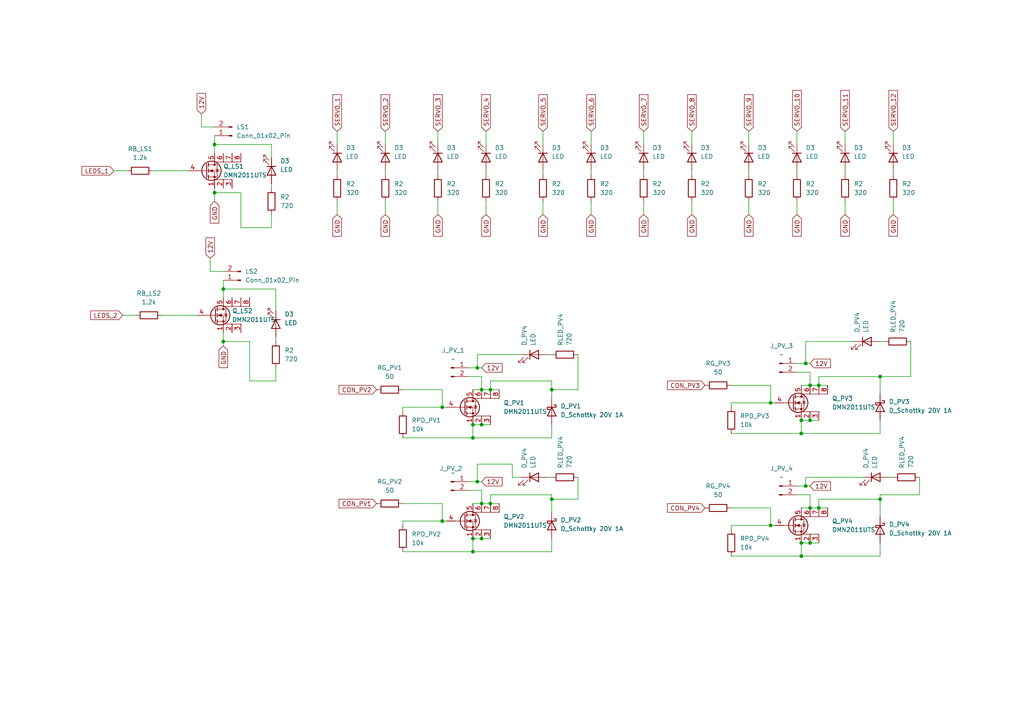
<source format=kicad_sch>
(kicad_sch (version 20230121) (generator eeschema)

  (uuid 8691c045-9879-4891-8435-1251aa2b1330)

  (paper "A4")

  (lib_symbols
    (symbol "Connector:Conn_01x02_Pin" (pin_names (offset 1.016) hide) (in_bom yes) (on_board yes)
      (property "Reference" "J" (at 0 2.54 0)
        (effects (font (size 1.27 1.27)))
      )
      (property "Value" "Conn_01x02_Pin" (at 0 -5.08 0)
        (effects (font (size 1.27 1.27)))
      )
      (property "Footprint" "" (at 0 0 0)
        (effects (font (size 1.27 1.27)) hide)
      )
      (property "Datasheet" "~" (at 0 0 0)
        (effects (font (size 1.27 1.27)) hide)
      )
      (property "ki_locked" "" (at 0 0 0)
        (effects (font (size 1.27 1.27)))
      )
      (property "ki_keywords" "connector" (at 0 0 0)
        (effects (font (size 1.27 1.27)) hide)
      )
      (property "ki_description" "Generic connector, single row, 01x02, script generated" (at 0 0 0)
        (effects (font (size 1.27 1.27)) hide)
      )
      (property "ki_fp_filters" "Connector*:*_1x??_*" (at 0 0 0)
        (effects (font (size 1.27 1.27)) hide)
      )
      (symbol "Conn_01x02_Pin_1_1"
        (polyline
          (pts
            (xy 1.27 -2.54)
            (xy 0.8636 -2.54)
          )
          (stroke (width 0.1524) (type default))
          (fill (type none))
        )
        (polyline
          (pts
            (xy 1.27 0)
            (xy 0.8636 0)
          )
          (stroke (width 0.1524) (type default))
          (fill (type none))
        )
        (rectangle (start 0.8636 -2.413) (end 0 -2.667)
          (stroke (width 0.1524) (type default))
          (fill (type outline))
        )
        (rectangle (start 0.8636 0.127) (end 0 -0.127)
          (stroke (width 0.1524) (type default))
          (fill (type outline))
        )
        (pin passive line (at 5.08 0 180) (length 3.81)
          (name "Pin_1" (effects (font (size 1.27 1.27))))
          (number "1" (effects (font (size 1.27 1.27))))
        )
        (pin passive line (at 5.08 -2.54 180) (length 3.81)
          (name "Pin_2" (effects (font (size 1.27 1.27))))
          (number "2" (effects (font (size 1.27 1.27))))
        )
      )
    )
    (symbol "Device:D_Schottky" (pin_numbers hide) (pin_names (offset 1.016) hide) (in_bom yes) (on_board yes)
      (property "Reference" "D" (at 0 2.54 0)
        (effects (font (size 1.27 1.27)))
      )
      (property "Value" "D_Schottky" (at 0 -2.54 0)
        (effects (font (size 1.27 1.27)))
      )
      (property "Footprint" "" (at 0 0 0)
        (effects (font (size 1.27 1.27)) hide)
      )
      (property "Datasheet" "~" (at 0 0 0)
        (effects (font (size 1.27 1.27)) hide)
      )
      (property "ki_keywords" "diode Schottky" (at 0 0 0)
        (effects (font (size 1.27 1.27)) hide)
      )
      (property "ki_description" "Schottky diode" (at 0 0 0)
        (effects (font (size 1.27 1.27)) hide)
      )
      (property "ki_fp_filters" "TO-???* *_Diode_* *SingleDiode* D_*" (at 0 0 0)
        (effects (font (size 1.27 1.27)) hide)
      )
      (symbol "D_Schottky_0_1"
        (polyline
          (pts
            (xy 1.27 0)
            (xy -1.27 0)
          )
          (stroke (width 0) (type default))
          (fill (type none))
        )
        (polyline
          (pts
            (xy 1.27 1.27)
            (xy 1.27 -1.27)
            (xy -1.27 0)
            (xy 1.27 1.27)
          )
          (stroke (width 0.254) (type default))
          (fill (type none))
        )
        (polyline
          (pts
            (xy -1.905 0.635)
            (xy -1.905 1.27)
            (xy -1.27 1.27)
            (xy -1.27 -1.27)
            (xy -0.635 -1.27)
            (xy -0.635 -0.635)
          )
          (stroke (width 0.254) (type default))
          (fill (type none))
        )
      )
      (symbol "D_Schottky_1_1"
        (pin passive line (at -3.81 0 0) (length 2.54)
          (name "K" (effects (font (size 1.27 1.27))))
          (number "1" (effects (font (size 1.27 1.27))))
        )
        (pin passive line (at 3.81 0 180) (length 2.54)
          (name "A" (effects (font (size 1.27 1.27))))
          (number "2" (effects (font (size 1.27 1.27))))
        )
      )
    )
    (symbol "Device:LED" (pin_numbers hide) (pin_names (offset 1.016) hide) (in_bom yes) (on_board yes)
      (property "Reference" "D" (at 0 2.54 0)
        (effects (font (size 1.27 1.27)))
      )
      (property "Value" "LED" (at 0 -2.54 0)
        (effects (font (size 1.27 1.27)))
      )
      (property "Footprint" "" (at 0 0 0)
        (effects (font (size 1.27 1.27)) hide)
      )
      (property "Datasheet" "~" (at 0 0 0)
        (effects (font (size 1.27 1.27)) hide)
      )
      (property "ki_keywords" "LED diode" (at 0 0 0)
        (effects (font (size 1.27 1.27)) hide)
      )
      (property "ki_description" "Light emitting diode" (at 0 0 0)
        (effects (font (size 1.27 1.27)) hide)
      )
      (property "ki_fp_filters" "LED* LED_SMD:* LED_THT:*" (at 0 0 0)
        (effects (font (size 1.27 1.27)) hide)
      )
      (symbol "LED_0_1"
        (polyline
          (pts
            (xy -1.27 -1.27)
            (xy -1.27 1.27)
          )
          (stroke (width 0.254) (type default))
          (fill (type none))
        )
        (polyline
          (pts
            (xy -1.27 0)
            (xy 1.27 0)
          )
          (stroke (width 0) (type default))
          (fill (type none))
        )
        (polyline
          (pts
            (xy 1.27 -1.27)
            (xy 1.27 1.27)
            (xy -1.27 0)
            (xy 1.27 -1.27)
          )
          (stroke (width 0.254) (type default))
          (fill (type none))
        )
        (polyline
          (pts
            (xy -3.048 -0.762)
            (xy -4.572 -2.286)
            (xy -3.81 -2.286)
            (xy -4.572 -2.286)
            (xy -4.572 -1.524)
          )
          (stroke (width 0) (type default))
          (fill (type none))
        )
        (polyline
          (pts
            (xy -1.778 -0.762)
            (xy -3.302 -2.286)
            (xy -2.54 -2.286)
            (xy -3.302 -2.286)
            (xy -3.302 -1.524)
          )
          (stroke (width 0) (type default))
          (fill (type none))
        )
      )
      (symbol "LED_1_1"
        (pin passive line (at -3.81 0 0) (length 2.54)
          (name "K" (effects (font (size 1.27 1.27))))
          (number "1" (effects (font (size 1.27 1.27))))
        )
        (pin passive line (at 3.81 0 180) (length 2.54)
          (name "A" (effects (font (size 1.27 1.27))))
          (number "2" (effects (font (size 1.27 1.27))))
        )
      )
    )
    (symbol "Device:R" (pin_numbers hide) (pin_names (offset 0)) (in_bom yes) (on_board yes)
      (property "Reference" "R" (at 2.032 0 90)
        (effects (font (size 1.27 1.27)))
      )
      (property "Value" "R" (at 0 0 90)
        (effects (font (size 1.27 1.27)))
      )
      (property "Footprint" "" (at -1.778 0 90)
        (effects (font (size 1.27 1.27)) hide)
      )
      (property "Datasheet" "~" (at 0 0 0)
        (effects (font (size 1.27 1.27)) hide)
      )
      (property "ki_keywords" "R res resistor" (at 0 0 0)
        (effects (font (size 1.27 1.27)) hide)
      )
      (property "ki_description" "Resistor" (at 0 0 0)
        (effects (font (size 1.27 1.27)) hide)
      )
      (property "ki_fp_filters" "R_*" (at 0 0 0)
        (effects (font (size 1.27 1.27)) hide)
      )
      (symbol "R_0_1"
        (rectangle (start -1.016 -2.54) (end 1.016 2.54)
          (stroke (width 0.254) (type default))
          (fill (type none))
        )
      )
      (symbol "R_1_1"
        (pin passive line (at 0 3.81 270) (length 1.27)
          (name "~" (effects (font (size 1.27 1.27))))
          (number "1" (effects (font (size 1.27 1.27))))
        )
        (pin passive line (at 0 -3.81 90) (length 1.27)
          (name "~" (effects (font (size 1.27 1.27))))
          (number "2" (effects (font (size 1.27 1.27))))
        )
      )
    )
    (symbol "Krabi:DMN2011UTS" (pin_names (offset 0) hide) (in_bom yes) (on_board yes)
      (property "Reference" "Q" (at 5.08 1.27 0)
        (effects (font (size 1.27 1.27)) (justify left))
      )
      (property "Value" "DMN2011UTS" (at 5.08 -1.27 0)
        (effects (font (size 1.27 1.27)) (justify left))
      )
      (property "Footprint" "Package_SO:TSSOP-8_4.4x3mm_P0.65mm" (at 30.48 1.27 0)
        (effects (font (size 1.27 1.27)) hide)
      )
      (property "Datasheet" "https://docs.rs-online.com/3df4/0900766b816b6b93.pdf" (at 38.1 -3.81 0)
        (effects (font (size 1.27 1.27)) hide)
      )
      (property "ki_keywords" "transistor NMOS N-MOS N-MOSFET" (at 0 0 0)
        (effects (font (size 1.27 1.27)) hide)
      )
      (property "ki_description" "N-MOSFET transistor 20A, TSSOP-8" (at 0 0 0)
        (effects (font (size 1.27 1.27)) hide)
      )
      (symbol "DMN2011UTS_0_1"
        (polyline
          (pts
            (xy 0.254 0)
            (xy -2.54 0)
          )
          (stroke (width 0) (type default))
          (fill (type none))
        )
        (polyline
          (pts
            (xy 0.254 1.905)
            (xy 0.254 -1.905)
          )
          (stroke (width 0.254) (type default))
          (fill (type none))
        )
        (polyline
          (pts
            (xy 0.762 -1.27)
            (xy 0.762 -2.286)
          )
          (stroke (width 0.254) (type default))
          (fill (type none))
        )
        (polyline
          (pts
            (xy 0.762 0.508)
            (xy 0.762 -0.508)
          )
          (stroke (width 0.254) (type default))
          (fill (type none))
        )
        (polyline
          (pts
            (xy 0.762 2.286)
            (xy 0.762 1.27)
          )
          (stroke (width 0.254) (type default))
          (fill (type none))
        )
        (polyline
          (pts
            (xy 2.54 2.54)
            (xy 2.54 1.778)
          )
          (stroke (width 0) (type default))
          (fill (type none))
        )
        (polyline
          (pts
            (xy 2.54 2.54)
            (xy 10.16 2.54)
          )
          (stroke (width 0) (type default))
          (fill (type none))
        )
        (polyline
          (pts
            (xy 7.62 -2.54)
            (xy 2.54 -2.54)
          )
          (stroke (width 0) (type default))
          (fill (type none))
        )
        (polyline
          (pts
            (xy 2.54 -2.54)
            (xy 2.54 0)
            (xy 0.762 0)
          )
          (stroke (width 0) (type default))
          (fill (type none))
        )
        (polyline
          (pts
            (xy 0.762 -1.778)
            (xy 3.302 -1.778)
            (xy 3.302 1.778)
            (xy 0.762 1.778)
          )
          (stroke (width 0) (type default))
          (fill (type none))
        )
        (polyline
          (pts
            (xy 1.016 0)
            (xy 2.032 0.381)
            (xy 2.032 -0.381)
            (xy 1.016 0)
          )
          (stroke (width 0) (type default))
          (fill (type outline))
        )
        (polyline
          (pts
            (xy 2.794 0.508)
            (xy 2.921 0.381)
            (xy 3.683 0.381)
            (xy 3.81 0.254)
          )
          (stroke (width 0) (type default))
          (fill (type none))
        )
        (polyline
          (pts
            (xy 3.302 0.381)
            (xy 2.921 -0.254)
            (xy 3.683 -0.254)
            (xy 3.302 0.381)
          )
          (stroke (width 0) (type default))
          (fill (type none))
        )
        (circle (center 1.651 0) (radius 2.794)
          (stroke (width 0.254) (type default))
          (fill (type none))
        )
        (circle (center 2.54 -1.778) (radius 0.254)
          (stroke (width 0) (type default))
          (fill (type outline))
        )
        (circle (center 2.54 1.778) (radius 0.254)
          (stroke (width 0) (type default))
          (fill (type outline))
        )
      )
      (symbol "DMN2011UTS_1_1"
        (pin passive line (at 2.54 -5.08 90) (length 2.54)
          (name "S" (effects (font (size 1.27 1.27))))
          (number "1" (effects (font (size 1.27 1.27))))
        )
        (pin passive line (at 5.08 -5.08 90) (length 2.54)
          (name "S" (effects (font (size 1.27 1.27))))
          (number "2" (effects (font (size 1.27 1.27))))
        )
        (pin passive line (at 7.62 -5.08 90) (length 2.54)
          (name "S" (effects (font (size 1.27 1.27))))
          (number "3" (effects (font (size 1.27 1.27))))
        )
        (pin input line (at -5.08 0 0) (length 2.54)
          (name "G" (effects (font (size 1.27 1.27))))
          (number "4" (effects (font (size 1.27 1.27))))
        )
        (pin passive line (at 2.54 5.08 270) (length 2.54)
          (name "D" (effects (font (size 1.27 1.27))))
          (number "5" (effects (font (size 1.27 1.27))))
        )
        (pin passive line (at 5.08 5.08 270) (length 2.54)
          (name "D" (effects (font (size 1.27 1.27))))
          (number "6" (effects (font (size 1.27 1.27))))
        )
        (pin passive line (at 7.62 5.08 270) (length 2.54)
          (name "D" (effects (font (size 1.27 1.27))))
          (number "7" (effects (font (size 1.27 1.27))))
        )
        (pin passive line (at 10.16 5.08 270) (length 2.54)
          (name "D" (effects (font (size 1.27 1.27))))
          (number "8" (effects (font (size 1.27 1.27))))
        )
      )
    )
  )

  (junction (at 137.16 160.02) (diameter 0) (color 0 0 0 0)
    (uuid 09173f69-864b-4014-8656-9fc1daa53951)
  )
  (junction (at 137.16 123.19) (diameter 0) (color 0 0 0 0)
    (uuid 161e7853-3d54-4da0-bd0d-f14f658756e7)
  )
  (junction (at 233.68 105.41) (diameter 0) (color 0 0 0 0)
    (uuid 18e99190-5063-4697-ae38-c4aa0dd45f85)
  )
  (junction (at 160.02 113.03) (diameter 0) (color 0 0 0 0)
    (uuid 1d642b4c-8511-482a-9ca5-0025545a571b)
  )
  (junction (at 234.95 121.92) (diameter 0) (color 0 0 0 0)
    (uuid 30bcdcb5-cc1d-4096-ad63-4e0544c29df8)
  )
  (junction (at 137.16 127) (diameter 0) (color 0 0 0 0)
    (uuid 34024c97-0526-4fc8-8c76-64431b23baff)
  )
  (junction (at 160.02 144.78) (diameter 0) (color 0 0 0 0)
    (uuid 35ad3fda-48cf-49d9-8c4a-d0529ce20336)
  )
  (junction (at 232.41 121.92) (diameter 0) (color 0 0 0 0)
    (uuid 446e9e8a-7d91-478d-8599-a7fbd896e426)
  )
  (junction (at 237.49 147.32) (diameter 0) (color 0 0 0 0)
    (uuid 48740fe7-577e-4fcd-9f5e-67ca4a35ba1b)
  )
  (junction (at 64.77 99.06) (diameter 0) (color 0 0 0 0)
    (uuid 49fd26ea-c776-4c18-ae5a-5dfe4a9c65e9)
  )
  (junction (at 255.27 109.22) (diameter 0) (color 0 0 0 0)
    (uuid 4a02c29e-e8aa-48db-930e-40290efdb2af)
  )
  (junction (at 139.7 146.05) (diameter 0) (color 0 0 0 0)
    (uuid 4b816fc7-8b90-464f-974e-70d368a9874d)
  )
  (junction (at 223.52 152.4) (diameter 0) (color 0 0 0 0)
    (uuid 51b3722d-edc7-46b2-871c-d2dc3a3d46cb)
  )
  (junction (at 128.27 118.11) (diameter 0) (color 0 0 0 0)
    (uuid 526def52-578d-48d1-aded-e8da9359882f)
  )
  (junction (at 137.16 156.21) (diameter 0) (color 0 0 0 0)
    (uuid 6021c07b-364f-43ff-bb7d-f985cbac98f0)
  )
  (junction (at 138.43 139.7) (diameter 0) (color 0 0 0 0)
    (uuid 695bc24e-21f3-4eb2-9e97-d87799b5eccd)
  )
  (junction (at 223.52 116.84) (diameter 0) (color 0 0 0 0)
    (uuid 6bfcb927-5a46-4eaf-a3b6-49745888c6b2)
  )
  (junction (at 138.43 106.68) (diameter 0) (color 0 0 0 0)
    (uuid 6ce96333-f095-4c02-bb5c-595ec492eec2)
  )
  (junction (at 142.24 146.05) (diameter 0) (color 0 0 0 0)
    (uuid 731d8702-9959-489e-98dd-b8ff9f741d24)
  )
  (junction (at 234.95 157.48) (diameter 0) (color 0 0 0 0)
    (uuid 78578c3c-10d9-4136-9d83-c0f9f9f0ddd3)
  )
  (junction (at 62.23 41.91) (diameter 0) (color 0 0 0 0)
    (uuid 78f62293-26d4-4b9a-936f-551239d49fb1)
  )
  (junction (at 142.24 113.03) (diameter 0) (color 0 0 0 0)
    (uuid 791f0118-e814-444a-af8a-2dc8b1d1727b)
  )
  (junction (at 237.49 111.76) (diameter 0) (color 0 0 0 0)
    (uuid 85218ab6-e901-43b7-a07f-a0420c26ee11)
  )
  (junction (at 255.27 144.78) (diameter 0) (color 0 0 0 0)
    (uuid 89101c46-898e-4ae4-89e6-19d94116ab76)
  )
  (junction (at 234.95 111.76) (diameter 0) (color 0 0 0 0)
    (uuid 944140d5-4ad2-4fb9-9ce5-0497d3a70f7b)
  )
  (junction (at 139.7 156.21) (diameter 0) (color 0 0 0 0)
    (uuid 9c2d0332-d677-4711-a990-b445790daade)
  )
  (junction (at 232.41 157.48) (diameter 0) (color 0 0 0 0)
    (uuid a87f48ee-4c23-4cb6-9be8-db9fc04fb702)
  )
  (junction (at 232.41 125.73) (diameter 0) (color 0 0 0 0)
    (uuid b081c3d1-3428-4599-83bc-3d75b2c2a410)
  )
  (junction (at 64.77 83.82) (diameter 0) (color 0 0 0 0)
    (uuid b3de9c4f-9354-4109-8444-e69bd57b1acf)
  )
  (junction (at 233.68 140.97) (diameter 0) (color 0 0 0 0)
    (uuid b69118a3-298f-4efb-9027-c6e5970fb509)
  )
  (junction (at 234.95 147.32) (diameter 0) (color 0 0 0 0)
    (uuid c3978d28-2e3a-4906-9559-bcebb30c3bd2)
  )
  (junction (at 139.7 123.19) (diameter 0) (color 0 0 0 0)
    (uuid c69fbf1b-d5d0-45af-b7bb-883693001a92)
  )
  (junction (at 232.41 161.29) (diameter 0) (color 0 0 0 0)
    (uuid d788782b-7a65-4e20-a7b2-617a8118e2e7)
  )
  (junction (at 62.23 55.88) (diameter 0) (color 0 0 0 0)
    (uuid dcbd07ed-1b5c-40d9-b53d-c4397d6f30d0)
  )
  (junction (at 139.7 113.03) (diameter 0) (color 0 0 0 0)
    (uuid e03de4e0-342d-47db-9289-f42e6694dbc1)
  )
  (junction (at 128.27 151.13) (diameter 0) (color 0 0 0 0)
    (uuid e14f54f5-813b-4110-a0c9-23442da401ad)
  )

  (wire (pts (xy 139.7 109.22) (xy 139.7 113.03))
    (stroke (width 0) (type default))
    (uuid 003e6f6a-e29e-45f5-b0db-09e805cc7af7)
  )
  (wire (pts (xy 233.68 138.43) (xy 250.19 138.43))
    (stroke (width 0) (type default))
    (uuid 01f30386-029f-4c0d-a813-7fc6d677af2f)
  )
  (wire (pts (xy 232.41 125.73) (xy 255.27 125.73))
    (stroke (width 0) (type default))
    (uuid 04e26e25-ded4-479d-b1c0-c41ca5435af3)
  )
  (wire (pts (xy 233.68 138.43) (xy 233.68 140.97))
    (stroke (width 0) (type default))
    (uuid 04e855b4-4036-4a29-8438-7811295c4f70)
  )
  (wire (pts (xy 33.02 49.53) (xy 36.83 49.53))
    (stroke (width 0) (type default))
    (uuid 0701092f-d831-4cb8-a1de-edafb00094fd)
  )
  (wire (pts (xy 231.14 58.42) (xy 231.14 62.23))
    (stroke (width 0) (type default))
    (uuid 0948163e-169d-4006-be2a-17d642d183b3)
  )
  (wire (pts (xy 135.89 109.22) (xy 139.7 109.22))
    (stroke (width 0) (type default))
    (uuid 0b83f700-5a78-4d6b-8920-bcfc3d175a12)
  )
  (wire (pts (xy 259.08 58.42) (xy 259.08 62.23))
    (stroke (width 0) (type default))
    (uuid 0f88d7c1-f4cc-465d-acd0-1e6fb941fb0e)
  )
  (wire (pts (xy 139.7 123.19) (xy 142.24 123.19))
    (stroke (width 0) (type default))
    (uuid 10ef9021-424b-45e3-8810-16d27b41abf7)
  )
  (wire (pts (xy 160.02 143.51) (xy 142.24 143.51))
    (stroke (width 0) (type default))
    (uuid 13ebedf6-5b6b-4a1c-a5d2-31d8494742dd)
  )
  (wire (pts (xy 232.41 157.48) (xy 234.95 157.48))
    (stroke (width 0) (type default))
    (uuid 14fa2c1b-8163-41f7-9020-f11d8fdfc1b1)
  )
  (wire (pts (xy 259.08 49.53) (xy 259.08 50.8))
    (stroke (width 0) (type default))
    (uuid 1a7a3879-b3ea-4855-8ba0-1cedb9a28b73)
  )
  (wire (pts (xy 62.23 55.88) (xy 62.23 58.42))
    (stroke (width 0) (type default))
    (uuid 1eee3675-ac36-4be7-952b-23117b1bca21)
  )
  (wire (pts (xy 234.95 121.92) (xy 237.49 121.92))
    (stroke (width 0) (type default))
    (uuid 1f30917f-39fd-4f9f-984f-4f056a058bb8)
  )
  (wire (pts (xy 72.39 110.49) (xy 72.39 99.06))
    (stroke (width 0) (type default))
    (uuid 1fcd6f4b-a6ab-459e-973c-d4478909e51d)
  )
  (wire (pts (xy 231.14 107.95) (xy 234.95 107.95))
    (stroke (width 0) (type default))
    (uuid 22ad506d-edff-4682-9181-79ff47cf9d36)
  )
  (wire (pts (xy 234.95 157.48) (xy 237.49 157.48))
    (stroke (width 0) (type default))
    (uuid 22aec1f6-2fe4-4dad-99a3-87fd7d46b1f6)
  )
  (wire (pts (xy 200.66 38.1) (xy 200.66 41.91))
    (stroke (width 0) (type default))
    (uuid 232562f0-f828-4699-9cfd-394ff4468d63)
  )
  (wire (pts (xy 111.76 58.42) (xy 111.76 62.23))
    (stroke (width 0) (type default))
    (uuid 24b95217-0820-4fc4-9669-da04697111e0)
  )
  (wire (pts (xy 234.95 143.51) (xy 234.95 147.32))
    (stroke (width 0) (type default))
    (uuid 24d31496-6ac5-4fb1-83ad-2cdff3aaba96)
  )
  (wire (pts (xy 64.77 83.82) (xy 64.77 86.36))
    (stroke (width 0) (type default))
    (uuid 25fb93b3-f5e2-4e48-a459-3cd9e67d6120)
  )
  (wire (pts (xy 64.77 99.06) (xy 64.77 100.33))
    (stroke (width 0) (type default))
    (uuid 279bd194-e1c0-4fb1-9519-6948362ef20a)
  )
  (wire (pts (xy 160.02 115.57) (xy 160.02 113.03))
    (stroke (width 0) (type default))
    (uuid 28c9aa85-9f61-4e41-a5e0-6df72442e7a5)
  )
  (wire (pts (xy 233.68 99.06) (xy 233.68 105.41))
    (stroke (width 0) (type default))
    (uuid 2a223799-c195-4032-9b8e-a4e40407e0f0)
  )
  (wire (pts (xy 128.27 113.03) (xy 128.27 118.11))
    (stroke (width 0) (type default))
    (uuid 2d52f35b-461d-4e79-a80a-fa9524b19595)
  )
  (wire (pts (xy 111.76 49.53) (xy 111.76 50.8))
    (stroke (width 0) (type default))
    (uuid 2e567b49-460c-4094-bda2-a16df42666ce)
  )
  (wire (pts (xy 232.41 111.76) (xy 234.95 111.76))
    (stroke (width 0) (type default))
    (uuid 2fc354d6-6acf-437a-92a7-44973d54b402)
  )
  (wire (pts (xy 231.14 49.53) (xy 231.14 50.8))
    (stroke (width 0) (type default))
    (uuid 311487d9-bddf-4d44-b8b4-0bfc8d88e9b2)
  )
  (wire (pts (xy 80.01 83.82) (xy 80.01 90.17))
    (stroke (width 0) (type default))
    (uuid 31e02e2a-eb40-4d5b-8e06-b35b6a347e7f)
  )
  (wire (pts (xy 171.45 58.42) (xy 171.45 62.23))
    (stroke (width 0) (type default))
    (uuid 3260a83d-7222-4d47-8964-66c5c79225ed)
  )
  (wire (pts (xy 97.79 58.42) (xy 97.79 62.23))
    (stroke (width 0) (type default))
    (uuid 32bee969-7727-4b6a-9066-d67e2807edfc)
  )
  (wire (pts (xy 139.7 156.21) (xy 142.24 156.21))
    (stroke (width 0) (type default))
    (uuid 37d5b5ae-375c-4861-92b2-2bbcdb158254)
  )
  (wire (pts (xy 255.27 114.3) (xy 255.27 109.22))
    (stroke (width 0) (type default))
    (uuid 38c4d67f-2ffe-4dc8-a4ca-51d99b6888b7)
  )
  (wire (pts (xy 245.11 58.42) (xy 245.11 62.23))
    (stroke (width 0) (type default))
    (uuid 3a3707f7-0ce9-44ab-9a55-30b7eac2f771)
  )
  (wire (pts (xy 237.49 147.32) (xy 240.03 147.32))
    (stroke (width 0) (type default))
    (uuid 3b0705a6-8509-4eb6-8de2-1f7aaab87cb5)
  )
  (wire (pts (xy 151.13 102.87) (xy 138.43 102.87))
    (stroke (width 0) (type default))
    (uuid 3b3daef8-5e86-414b-a4dc-cb800379c9c3)
  )
  (wire (pts (xy 232.41 147.32) (xy 234.95 147.32))
    (stroke (width 0) (type default))
    (uuid 3c3811ca-06aa-4b2b-be7f-d1eec0bea0a6)
  )
  (wire (pts (xy 135.89 139.7) (xy 138.43 139.7))
    (stroke (width 0) (type default))
    (uuid 3e03401a-eab0-496e-a3c5-6fd045cd565f)
  )
  (wire (pts (xy 140.97 38.1) (xy 140.97 41.91))
    (stroke (width 0) (type default))
    (uuid 3ed65bb8-fb18-4d02-83e7-7067e019e1ce)
  )
  (wire (pts (xy 78.74 53.34) (xy 78.74 54.61))
    (stroke (width 0) (type default))
    (uuid 3f18d4f5-acc0-436c-a709-7a5436d5d969)
  )
  (wire (pts (xy 140.97 49.53) (xy 140.97 50.8))
    (stroke (width 0) (type default))
    (uuid 3fe8c9b6-d8fe-4477-be92-a64ab789a795)
  )
  (wire (pts (xy 233.68 140.97) (xy 234.95 140.97))
    (stroke (width 0) (type default))
    (uuid 4203d675-9bc5-48a2-be0e-e457c08f8311)
  )
  (wire (pts (xy 139.7 146.05) (xy 142.24 146.05))
    (stroke (width 0) (type default))
    (uuid 4435ac63-d2a4-4c3f-bbd5-a42d62dde5e7)
  )
  (wire (pts (xy 167.64 144.78) (xy 167.64 138.43))
    (stroke (width 0) (type default))
    (uuid 4636e61d-ef30-4651-afdf-7ac8a92b8719)
  )
  (wire (pts (xy 72.39 110.49) (xy 80.01 110.49))
    (stroke (width 0) (type default))
    (uuid 473701f3-0120-42f5-902e-56a072e3db33)
  )
  (wire (pts (xy 255.27 157.48) (xy 255.27 161.29))
    (stroke (width 0) (type default))
    (uuid 48f1cb74-8e57-4972-ad74-e34cc02be6a3)
  )
  (wire (pts (xy 160.02 123.19) (xy 160.02 127))
    (stroke (width 0) (type default))
    (uuid 49997578-d3a7-43f2-a90b-97d84c9f1c24)
  )
  (wire (pts (xy 148.59 138.43) (xy 148.59 134.62))
    (stroke (width 0) (type default))
    (uuid 4aa5c0f3-2699-495f-8d9a-92f4f2dd2a6b)
  )
  (wire (pts (xy 200.66 58.42) (xy 200.66 62.23))
    (stroke (width 0) (type default))
    (uuid 4ac0712b-fed5-44d0-8cc8-cb22ab655b3a)
  )
  (wire (pts (xy 78.74 62.23) (xy 78.74 66.04))
    (stroke (width 0) (type default))
    (uuid 4d4bbc6a-b7b4-4197-ad4d-b93215b53aed)
  )
  (wire (pts (xy 62.23 39.37) (xy 62.23 41.91))
    (stroke (width 0) (type default))
    (uuid 4e0c14fb-8e6e-4953-a601-1e673ac73b34)
  )
  (wire (pts (xy 116.84 152.4) (xy 116.84 151.13))
    (stroke (width 0) (type default))
    (uuid 4e66a881-ae89-42ad-bcc4-1811228a2e39)
  )
  (wire (pts (xy 97.79 38.1) (xy 97.79 41.91))
    (stroke (width 0) (type default))
    (uuid 4e78d2d3-f8f3-4e61-9e19-1f5f529762b5)
  )
  (wire (pts (xy 171.45 38.1) (xy 171.45 41.91))
    (stroke (width 0) (type default))
    (uuid 4ed2dbc5-8b20-49c0-b552-3667e2b09c28)
  )
  (wire (pts (xy 62.23 41.91) (xy 78.74 41.91))
    (stroke (width 0) (type default))
    (uuid 5029c531-8499-4d13-bb54-c9041915dc9f)
  )
  (wire (pts (xy 212.09 147.32) (xy 223.52 147.32))
    (stroke (width 0) (type default))
    (uuid 5077a3ed-49ee-4a1d-86fb-a4c078874e77)
  )
  (wire (pts (xy 160.02 110.49) (xy 142.24 110.49))
    (stroke (width 0) (type default))
    (uuid 5273e33a-541b-4d60-a1c7-363a3c8c7302)
  )
  (wire (pts (xy 231.14 143.51) (xy 234.95 143.51))
    (stroke (width 0) (type default))
    (uuid 54fb6f81-e63e-43fe-80fd-6ee9191ed67a)
  )
  (wire (pts (xy 137.16 146.05) (xy 139.7 146.05))
    (stroke (width 0) (type default))
    (uuid 578f3c4f-0e84-4f5f-b199-918844116635)
  )
  (wire (pts (xy 78.74 66.04) (xy 69.85 66.04))
    (stroke (width 0) (type default))
    (uuid 592f33d5-eeee-4ea9-bedf-ab9ea13fe297)
  )
  (wire (pts (xy 255.27 99.06) (xy 256.54 99.06))
    (stroke (width 0) (type default))
    (uuid 5d300457-af9a-4d9e-bfba-77a0999b9f2c)
  )
  (wire (pts (xy 217.17 58.42) (xy 217.17 62.23))
    (stroke (width 0) (type default))
    (uuid 5d890ddd-6c43-4230-ad1c-5f7debdfb875)
  )
  (wire (pts (xy 148.59 134.62) (xy 138.43 134.62))
    (stroke (width 0) (type default))
    (uuid 5e5f787d-7ada-454d-a1ac-820ecb2742cc)
  )
  (wire (pts (xy 266.7 143.51) (xy 266.7 138.43))
    (stroke (width 0) (type default))
    (uuid 5f549874-8d51-44ab-83c1-44e3c4c217cb)
  )
  (wire (pts (xy 231.14 140.97) (xy 233.68 140.97))
    (stroke (width 0) (type default))
    (uuid 6371f65b-c9a5-4cc7-ac10-a38a36960171)
  )
  (wire (pts (xy 186.69 58.42) (xy 186.69 62.23))
    (stroke (width 0) (type default))
    (uuid 64c157e6-9288-44cf-93af-ae21fb8e533e)
  )
  (wire (pts (xy 135.89 142.24) (xy 139.7 142.24))
    (stroke (width 0) (type default))
    (uuid 65788151-9283-4fde-867a-e9bd353d2745)
  )
  (wire (pts (xy 116.84 151.13) (xy 128.27 151.13))
    (stroke (width 0) (type default))
    (uuid 66eeb9b4-59ff-491e-b7bf-af2b2d822355)
  )
  (wire (pts (xy 255.27 121.92) (xy 255.27 125.73))
    (stroke (width 0) (type default))
    (uuid 69ad6687-aad7-4ba0-95b6-4d41e083c13f)
  )
  (wire (pts (xy 64.77 81.28) (xy 64.77 83.82))
    (stroke (width 0) (type default))
    (uuid 6b226f52-79e5-40d3-9461-a1b8af161c3f)
  )
  (wire (pts (xy 223.52 111.76) (xy 223.52 116.84))
    (stroke (width 0) (type default))
    (uuid 6d7e9af0-d02c-4d8d-9c6a-df1810cf5950)
  )
  (wire (pts (xy 212.09 116.84) (xy 223.52 116.84))
    (stroke (width 0) (type default))
    (uuid 6e32ffac-8ded-4c37-adf6-33eb604ba155)
  )
  (wire (pts (xy 128.27 151.13) (xy 129.54 151.13))
    (stroke (width 0) (type default))
    (uuid 6f85d5b3-d0f5-46f4-8086-9de463c22a2c)
  )
  (wire (pts (xy 127 58.42) (xy 127 62.23))
    (stroke (width 0) (type default))
    (uuid 6fd841df-6f12-4915-a4f2-532279fd4e4e)
  )
  (wire (pts (xy 142.24 113.03) (xy 144.78 113.03))
    (stroke (width 0) (type default))
    (uuid 7254a397-5a40-42f8-8090-152c0c1558bc)
  )
  (wire (pts (xy 237.49 144.78) (xy 237.49 147.32))
    (stroke (width 0) (type default))
    (uuid 72772c95-53be-4319-8e36-53868910e3e9)
  )
  (wire (pts (xy 157.48 49.53) (xy 157.48 50.8))
    (stroke (width 0) (type default))
    (uuid 7400c3f1-7f17-47b9-b559-c77a11646257)
  )
  (wire (pts (xy 223.52 147.32) (xy 223.52 152.4))
    (stroke (width 0) (type default))
    (uuid 74ccd649-b7fa-4db9-b48e-d3abff3de14f)
  )
  (wire (pts (xy 160.02 113.03) (xy 160.02 110.49))
    (stroke (width 0) (type default))
    (uuid 75c13b8c-05e1-48ac-9e4f-a48f55fb6831)
  )
  (wire (pts (xy 234.95 107.95) (xy 234.95 111.76))
    (stroke (width 0) (type default))
    (uuid 766a629c-3028-4af8-8bab-724c5b1f279f)
  )
  (wire (pts (xy 140.97 58.42) (xy 140.97 62.23))
    (stroke (width 0) (type default))
    (uuid 76d982c2-741f-4168-bd3a-dd145b0c2317)
  )
  (wire (pts (xy 116.84 146.05) (xy 128.27 146.05))
    (stroke (width 0) (type default))
    (uuid 7ca60b67-1933-47de-bd80-e50246d1d5b2)
  )
  (wire (pts (xy 245.11 49.53) (xy 245.11 50.8))
    (stroke (width 0) (type default))
    (uuid 80b22433-9489-41c0-be0d-e924a5f8af4f)
  )
  (wire (pts (xy 111.76 38.1) (xy 111.76 41.91))
    (stroke (width 0) (type default))
    (uuid 80c2a25b-3022-4b00-9777-6f8da5521f08)
  )
  (wire (pts (xy 186.69 49.53) (xy 186.69 50.8))
    (stroke (width 0) (type default))
    (uuid 8155bd8e-9492-4646-9cb4-7c2b02b31401)
  )
  (wire (pts (xy 255.27 109.22) (xy 237.49 109.22))
    (stroke (width 0) (type default))
    (uuid 81ef6e1b-a1d4-4b0d-ba29-594fde70ff0d)
  )
  (wire (pts (xy 58.42 33.02) (xy 58.42 36.83))
    (stroke (width 0) (type default))
    (uuid 83482b7a-f891-4afe-9e0c-e5b09056e49d)
  )
  (wire (pts (xy 142.24 146.05) (xy 144.78 146.05))
    (stroke (width 0) (type default))
    (uuid 842e5746-02be-4f06-851d-8532e173d208)
  )
  (wire (pts (xy 257.81 138.43) (xy 259.08 138.43))
    (stroke (width 0) (type default))
    (uuid 8435d90e-ed37-42a5-869c-81393507329b)
  )
  (wire (pts (xy 212.09 153.67) (xy 212.09 152.4))
    (stroke (width 0) (type default))
    (uuid 85669508-0a92-4068-8bd0-3ad5a78b03ad)
  )
  (wire (pts (xy 127 38.1) (xy 127 41.91))
    (stroke (width 0) (type default))
    (uuid 88c28247-860e-4e82-be6e-4c4ac89cefae)
  )
  (wire (pts (xy 255.27 149.86) (xy 255.27 144.78))
    (stroke (width 0) (type default))
    (uuid 8ae87b2c-71be-4ae8-bfc6-250b912dd259)
  )
  (wire (pts (xy 64.77 78.74) (xy 60.96 78.74))
    (stroke (width 0) (type default))
    (uuid 8cf04189-5814-4fd3-9983-ca4547a83b68)
  )
  (wire (pts (xy 116.84 119.38) (xy 116.84 118.11))
    (stroke (width 0) (type default))
    (uuid 8dfd4247-cfc1-4089-b5cb-40b139c709aa)
  )
  (wire (pts (xy 158.75 102.87) (xy 160.02 102.87))
    (stroke (width 0) (type default))
    (uuid 8fc70aa3-378b-49c1-81fb-b4f4da77262a)
  )
  (wire (pts (xy 247.65 99.06) (xy 233.68 99.06))
    (stroke (width 0) (type default))
    (uuid 90802b3f-7d9e-4559-9922-245e69af1716)
  )
  (wire (pts (xy 232.41 121.92) (xy 234.95 121.92))
    (stroke (width 0) (type default))
    (uuid 90c4daeb-0357-42b7-8f46-bcffaecb492f)
  )
  (wire (pts (xy 217.17 49.53) (xy 217.17 50.8))
    (stroke (width 0) (type default))
    (uuid 915d4851-07e4-4ca3-8146-d39cb34d6f54)
  )
  (wire (pts (xy 137.16 123.19) (xy 139.7 123.19))
    (stroke (width 0) (type default))
    (uuid 93d9d296-e777-4805-bd01-07e8efc836a1)
  )
  (wire (pts (xy 62.23 41.91) (xy 62.23 44.45))
    (stroke (width 0) (type default))
    (uuid 96855a15-d8f8-4afa-bcda-6fe6979ac838)
  )
  (wire (pts (xy 69.85 66.04) (xy 69.85 55.88))
    (stroke (width 0) (type default))
    (uuid 984eb00b-42a4-4f6a-96d8-395df49e085b)
  )
  (wire (pts (xy 137.16 113.03) (xy 139.7 113.03))
    (stroke (width 0) (type default))
    (uuid 9a021336-4ee7-42aa-8439-33c56555b75c)
  )
  (wire (pts (xy 212.09 111.76) (xy 223.52 111.76))
    (stroke (width 0) (type default))
    (uuid 9a0e2119-755d-433e-a62e-520265d27dae)
  )
  (wire (pts (xy 255.27 109.22) (xy 264.16 109.22))
    (stroke (width 0) (type default))
    (uuid 9aa6db8a-5cc5-485a-9243-71fee3eb9330)
  )
  (wire (pts (xy 245.11 38.1) (xy 245.11 41.91))
    (stroke (width 0) (type default))
    (uuid 9b5c20a4-72ab-4073-b3c9-3a0ab95fbf74)
  )
  (wire (pts (xy 232.41 161.29) (xy 255.27 161.29))
    (stroke (width 0) (type default))
    (uuid 9c18a6f2-5644-40ce-aedc-f9d77f1ce15b)
  )
  (wire (pts (xy 128.27 146.05) (xy 128.27 151.13))
    (stroke (width 0) (type default))
    (uuid 9e78e46d-807f-451d-8cb2-377887f6a61c)
  )
  (wire (pts (xy 64.77 96.52) (xy 64.77 99.06))
    (stroke (width 0) (type default))
    (uuid 9ea321c9-51e4-4b9f-ac6c-b01a9aff2be3)
  )
  (wire (pts (xy 233.68 105.41) (xy 234.95 105.41))
    (stroke (width 0) (type default))
    (uuid a193fff3-01cd-449d-91b8-5ea0a0d25ee9)
  )
  (wire (pts (xy 160.02 113.03) (xy 167.64 113.03))
    (stroke (width 0) (type default))
    (uuid a1bc16de-50e8-4096-9896-52f7081df396)
  )
  (wire (pts (xy 231.14 105.41) (xy 233.68 105.41))
    (stroke (width 0) (type default))
    (uuid a23fada9-ffc4-4afa-9167-3a6caa31351b)
  )
  (wire (pts (xy 138.43 139.7) (xy 139.7 139.7))
    (stroke (width 0) (type default))
    (uuid a3c40e11-af08-4545-8a17-a87a12e78ad4)
  )
  (wire (pts (xy 160.02 144.78) (xy 167.64 144.78))
    (stroke (width 0) (type default))
    (uuid a451da33-3948-41a4-8534-18c8118e90d0)
  )
  (wire (pts (xy 200.66 49.53) (xy 200.66 50.8))
    (stroke (width 0) (type default))
    (uuid a59781ef-9d54-4c7c-9453-bac1863834f9)
  )
  (wire (pts (xy 264.16 99.06) (xy 264.16 109.22))
    (stroke (width 0) (type default))
    (uuid a6cac268-c949-481c-befe-50cdec01721b)
  )
  (wire (pts (xy 160.02 148.59) (xy 160.02 144.78))
    (stroke (width 0) (type default))
    (uuid ab4b44ff-97e8-460d-a036-09b54fa81efd)
  )
  (wire (pts (xy 64.77 83.82) (xy 80.01 83.82))
    (stroke (width 0) (type default))
    (uuid ac04d023-292a-4249-86f4-dbc49148dcd3)
  )
  (wire (pts (xy 255.27 144.78) (xy 237.49 144.78))
    (stroke (width 0) (type default))
    (uuid b23b7c1f-2727-4768-b066-f8e512aced35)
  )
  (wire (pts (xy 212.09 161.29) (xy 232.41 161.29))
    (stroke (width 0) (type default))
    (uuid b483c224-2d28-4f1e-99ab-a779861a853b)
  )
  (wire (pts (xy 138.43 106.68) (xy 139.7 106.68))
    (stroke (width 0) (type default))
    (uuid b5b4ed96-0e42-475f-9ef2-9f658e4a6d94)
  )
  (wire (pts (xy 137.16 160.02) (xy 160.02 160.02))
    (stroke (width 0) (type default))
    (uuid b609e342-560c-4736-8f00-90b2d52e100a)
  )
  (wire (pts (xy 223.52 116.84) (xy 224.79 116.84))
    (stroke (width 0) (type default))
    (uuid b6d61b4a-d6cb-4be1-a5e0-3f410eecec91)
  )
  (wire (pts (xy 46.99 91.44) (xy 57.15 91.44))
    (stroke (width 0) (type default))
    (uuid b727fede-be18-4966-ad11-63c2ff4ae2a0)
  )
  (wire (pts (xy 35.56 91.44) (xy 39.37 91.44))
    (stroke (width 0) (type default))
    (uuid b95cb26a-0e9b-40af-ae4b-e2795079da8c)
  )
  (wire (pts (xy 223.52 152.4) (xy 224.79 152.4))
    (stroke (width 0) (type default))
    (uuid bcab7422-89eb-460b-9114-5da9ae0a70a6)
  )
  (wire (pts (xy 231.14 38.1) (xy 231.14 41.91))
    (stroke (width 0) (type default))
    (uuid bd89f949-4410-4c2a-805f-1ab12037cf3f)
  )
  (wire (pts (xy 151.13 138.43) (xy 148.59 138.43))
    (stroke (width 0) (type default))
    (uuid bdb6c494-aa8d-4061-ad37-bf0ff00921d5)
  )
  (wire (pts (xy 80.01 97.79) (xy 80.01 99.06))
    (stroke (width 0) (type default))
    (uuid c0fa3ae1-9a4b-4a5b-a7a4-6e53a8e6ba95)
  )
  (wire (pts (xy 72.39 99.06) (xy 64.77 99.06))
    (stroke (width 0) (type default))
    (uuid c464bdc8-7c99-4166-95f0-b246c7903db6)
  )
  (wire (pts (xy 128.27 118.11) (xy 129.54 118.11))
    (stroke (width 0) (type default))
    (uuid c635a7ab-bd88-4081-9901-d10cf301a23d)
  )
  (wire (pts (xy 232.41 121.92) (xy 232.41 125.73))
    (stroke (width 0) (type default))
    (uuid c7acce5c-5c3c-4f0c-b129-4f8fed6280aa)
  )
  (wire (pts (xy 137.16 156.21) (xy 137.16 160.02))
    (stroke (width 0) (type default))
    (uuid ca1a1572-42de-4abc-812c-1310acb5dab6)
  )
  (wire (pts (xy 139.7 142.24) (xy 139.7 146.05))
    (stroke (width 0) (type default))
    (uuid cabaac0d-5f8f-4edf-a564-e95981041b8d)
  )
  (wire (pts (xy 255.27 143.51) (xy 266.7 143.51))
    (stroke (width 0) (type default))
    (uuid cb8d41aa-6971-4e26-b25f-1737e4c8b126)
  )
  (wire (pts (xy 255.27 143.51) (xy 255.27 144.78))
    (stroke (width 0) (type default))
    (uuid cbd4fbce-8fe4-4664-8fdb-9a6d072e2f74)
  )
  (wire (pts (xy 167.64 113.03) (xy 167.64 102.87))
    (stroke (width 0) (type default))
    (uuid ccd5bcad-dfbe-4f00-a642-bf1a93130bb3)
  )
  (wire (pts (xy 237.49 109.22) (xy 237.49 111.76))
    (stroke (width 0) (type default))
    (uuid cd6c2ef6-5514-4e9b-b18c-a9221702f1d5)
  )
  (wire (pts (xy 158.75 138.43) (xy 160.02 138.43))
    (stroke (width 0) (type default))
    (uuid cde8e4d7-f439-47c5-975a-a01c5cbfa03b)
  )
  (wire (pts (xy 97.79 49.53) (xy 97.79 50.8))
    (stroke (width 0) (type default))
    (uuid d0b00b4c-0d40-42c6-a9da-a0b582e73b66)
  )
  (wire (pts (xy 212.09 125.73) (xy 232.41 125.73))
    (stroke (width 0) (type default))
    (uuid d31bf85e-500d-470d-8da3-55835c8eb398)
  )
  (wire (pts (xy 157.48 38.1) (xy 157.48 41.91))
    (stroke (width 0) (type default))
    (uuid d4cef94c-636a-4300-b99f-87d46b83b256)
  )
  (wire (pts (xy 116.84 160.02) (xy 137.16 160.02))
    (stroke (width 0) (type default))
    (uuid d59e636e-158d-45b5-b2b7-1314adf95c8c)
  )
  (wire (pts (xy 127 49.53) (xy 127 50.8))
    (stroke (width 0) (type default))
    (uuid d78fe86d-d817-489d-9177-ed3e0b3f9343)
  )
  (wire (pts (xy 80.01 106.68) (xy 80.01 110.49))
    (stroke (width 0) (type default))
    (uuid d8ae0873-7179-4530-8d36-2c4ac941a808)
  )
  (wire (pts (xy 237.49 111.76) (xy 240.03 111.76))
    (stroke (width 0) (type default))
    (uuid daba9537-e9aa-4d25-a722-48f552312bdf)
  )
  (wire (pts (xy 234.95 147.32) (xy 237.49 147.32))
    (stroke (width 0) (type default))
    (uuid ddb21627-c9f7-4c27-86c0-252b00f2bf5d)
  )
  (wire (pts (xy 135.89 106.68) (xy 138.43 106.68))
    (stroke (width 0) (type default))
    (uuid de5e2d95-4707-4894-b9bd-998e962b3f55)
  )
  (wire (pts (xy 116.84 118.11) (xy 128.27 118.11))
    (stroke (width 0) (type default))
    (uuid e0b0be0c-946f-4a94-b9c3-7db4d8b19c91)
  )
  (wire (pts (xy 137.16 127) (xy 160.02 127))
    (stroke (width 0) (type default))
    (uuid e136a60c-af05-4490-8d32-7845c03dd2b4)
  )
  (wire (pts (xy 160.02 144.78) (xy 160.02 143.51))
    (stroke (width 0) (type default))
    (uuid e1f2ffa4-0572-4689-81f1-4b83f5f3eaa1)
  )
  (wire (pts (xy 44.45 49.53) (xy 54.61 49.53))
    (stroke (width 0) (type default))
    (uuid e213dbcd-ffd5-47e0-940a-e3b5d6f331ca)
  )
  (wire (pts (xy 78.74 45.72) (xy 78.74 41.91))
    (stroke (width 0) (type default))
    (uuid e3834894-f58c-4bf4-b0d3-ea8f1819f544)
  )
  (wire (pts (xy 116.84 127) (xy 137.16 127))
    (stroke (width 0) (type default))
    (uuid e513f3b9-6643-461f-be43-972e4e27c488)
  )
  (wire (pts (xy 138.43 102.87) (xy 138.43 106.68))
    (stroke (width 0) (type default))
    (uuid e55c3807-254f-498f-aed8-3078519dea65)
  )
  (wire (pts (xy 60.96 74.93) (xy 60.96 78.74))
    (stroke (width 0) (type default))
    (uuid e624937a-3035-400d-9a18-24f0a9b65078)
  )
  (wire (pts (xy 137.16 123.19) (xy 137.16 127))
    (stroke (width 0) (type default))
    (uuid e7211478-d5f8-4a86-8848-f108f6cc0202)
  )
  (wire (pts (xy 160.02 156.21) (xy 160.02 160.02))
    (stroke (width 0) (type default))
    (uuid e8255ff2-0578-47bc-8299-c4439eff6d55)
  )
  (wire (pts (xy 234.95 111.76) (xy 237.49 111.76))
    (stroke (width 0) (type default))
    (uuid e8b58a4d-2c3b-42f0-84b7-fe5e4e786376)
  )
  (wire (pts (xy 137.16 156.21) (xy 139.7 156.21))
    (stroke (width 0) (type default))
    (uuid e9c014fe-cee9-44d7-a231-34f39b8281d0)
  )
  (wire (pts (xy 142.24 143.51) (xy 142.24 146.05))
    (stroke (width 0) (type default))
    (uuid ea067e0c-1a1b-40bb-9396-8fda0ed964a5)
  )
  (wire (pts (xy 139.7 113.03) (xy 142.24 113.03))
    (stroke (width 0) (type default))
    (uuid ea1b9680-9aa8-45cf-961a-3e97ec11b9df)
  )
  (wire (pts (xy 217.17 38.1) (xy 217.17 41.91))
    (stroke (width 0) (type default))
    (uuid eda6436e-c45a-49ce-ada6-70bff254c7c8)
  )
  (wire (pts (xy 157.48 58.42) (xy 157.48 62.23))
    (stroke (width 0) (type default))
    (uuid ee4b29d9-688e-4211-aba0-17284baf1cc0)
  )
  (wire (pts (xy 186.69 38.1) (xy 186.69 41.91))
    (stroke (width 0) (type default))
    (uuid eefcc6e8-38ab-4e16-bdbf-791235ef459e)
  )
  (wire (pts (xy 62.23 54.61) (xy 62.23 55.88))
    (stroke (width 0) (type default))
    (uuid eff8aa90-559e-4d78-83c8-70bf4841d42e)
  )
  (wire (pts (xy 142.24 110.49) (xy 142.24 113.03))
    (stroke (width 0) (type default))
    (uuid f04ece11-a9d2-4dd0-8540-00eb3b7281df)
  )
  (wire (pts (xy 138.43 134.62) (xy 138.43 139.7))
    (stroke (width 0) (type default))
    (uuid f1e35744-de3c-474f-aad2-751acd452661)
  )
  (wire (pts (xy 259.08 38.1) (xy 259.08 41.91))
    (stroke (width 0) (type default))
    (uuid f382b9c3-160b-40e8-91a8-48e907e1105e)
  )
  (wire (pts (xy 232.41 157.48) (xy 232.41 161.29))
    (stroke (width 0) (type default))
    (uuid f3dc90e0-5452-4c2c-9426-0a15f2c0c040)
  )
  (wire (pts (xy 212.09 152.4) (xy 223.52 152.4))
    (stroke (width 0) (type default))
    (uuid f488a0c2-cf6a-4fd9-8404-9c78cb1e8020)
  )
  (wire (pts (xy 116.84 113.03) (xy 128.27 113.03))
    (stroke (width 0) (type default))
    (uuid f7e75c30-0ec2-483f-b803-58fb4c196479)
  )
  (wire (pts (xy 62.23 36.83) (xy 58.42 36.83))
    (stroke (width 0) (type default))
    (uuid f89bb8f6-d27d-402c-ab15-1c4dde99f940)
  )
  (wire (pts (xy 62.23 55.88) (xy 69.85 55.88))
    (stroke (width 0) (type default))
    (uuid fc2f1c55-1dfb-411b-baa6-e93b90d6aeeb)
  )
  (wire (pts (xy 212.09 118.11) (xy 212.09 116.84))
    (stroke (width 0) (type default))
    (uuid fc3ed04f-828d-4146-ae6e-fa75fd25065a)
  )
  (wire (pts (xy 171.45 49.53) (xy 171.45 50.8))
    (stroke (width 0) (type default))
    (uuid fcea12fe-88bd-46fe-9531-4f0d7ed02795)
  )

  (global_label "SERVO_2" (shape input) (at 111.76 38.1 90) (fields_autoplaced)
    (effects (font (size 1.27 1.27)) (justify left))
    (uuid 0674ab1b-1cc4-40d1-b8aa-d725ee4be0b9)
    (property "Intersheetrefs" "${INTERSHEET_REFS}" (at 111.76 26.795 90)
      (effects (font (size 1.27 1.27)) (justify left) hide)
    )
  )
  (global_label "GND" (shape input) (at 231.14 62.23 270) (fields_autoplaced)
    (effects (font (size 1.27 1.27)) (justify right))
    (uuid 069fa71a-26c4-4345-8c01-93c4d681c46d)
    (property "Intersheetrefs" "${INTERSHEET_REFS}" (at 231.14 69.1808 90)
      (effects (font (size 1.27 1.27)) (justify right) hide)
    )
  )
  (global_label "GND" (shape input) (at 200.66 62.23 270) (fields_autoplaced)
    (effects (font (size 1.27 1.27)) (justify right))
    (uuid 08612b14-1dd0-4c78-b81d-0a13e54cce9a)
    (property "Intersheetrefs" "${INTERSHEET_REFS}" (at 200.66 69.1808 90)
      (effects (font (size 1.27 1.27)) (justify right) hide)
    )
  )
  (global_label "GND" (shape input) (at 62.23 58.42 270) (fields_autoplaced)
    (effects (font (size 1.27 1.27)) (justify right))
    (uuid 0da368c1-1391-4b24-8d5a-53211489b967)
    (property "Intersheetrefs" "${INTERSHEET_REFS}" (at 62.23 65.3708 90)
      (effects (font (size 1.27 1.27)) (justify right) hide)
    )
  )
  (global_label "GND" (shape input) (at 171.45 62.23 270) (fields_autoplaced)
    (effects (font (size 1.27 1.27)) (justify right))
    (uuid 1708923e-e82c-48b7-bd55-28609ec6c3e7)
    (property "Intersheetrefs" "${INTERSHEET_REFS}" (at 171.45 69.1808 90)
      (effects (font (size 1.27 1.27)) (justify right) hide)
    )
  )
  (global_label "12V" (shape input) (at 234.95 140.97 0) (fields_autoplaced)
    (effects (font (size 1.27 1.27)) (justify left))
    (uuid 23d2675b-f42f-44ca-8b85-e491037fb185)
    (property "Intersheetrefs" "${INTERSHEET_REFS}" (at 241.5379 140.97 0)
      (effects (font (size 1.27 1.27)) (justify left) hide)
    )
  )
  (global_label "SERVO_6" (shape input) (at 171.45 38.1 90) (fields_autoplaced)
    (effects (font (size 1.27 1.27)) (justify left))
    (uuid 414eab00-9e92-4f9a-ae95-5db84f0b16c8)
    (property "Intersheetrefs" "${INTERSHEET_REFS}" (at 171.45 26.795 90)
      (effects (font (size 1.27 1.27)) (justify left) hide)
    )
  )
  (global_label "CON_PV1" (shape input) (at 109.22 146.05 180) (fields_autoplaced)
    (effects (font (size 1.27 1.27)) (justify right))
    (uuid 49e9887d-c3a8-4724-b480-0210526bb31b)
    (property "Intersheetrefs" "${INTERSHEET_REFS}" (at 97.673 146.05 0)
      (effects (font (size 1.27 1.27)) (justify right) hide)
    )
  )
  (global_label "12V" (shape input) (at 58.42 33.02 90) (fields_autoplaced)
    (effects (font (size 1.27 1.27)) (justify left))
    (uuid 4abf506b-3c91-42c9-b310-7ac9f8dc93ab)
    (property "Intersheetrefs" "${INTERSHEET_REFS}" (at 58.42 26.4321 90)
      (effects (font (size 1.27 1.27)) (justify left) hide)
    )
  )
  (global_label "SERVO_9" (shape input) (at 217.17 38.1 90) (fields_autoplaced)
    (effects (font (size 1.27 1.27)) (justify left))
    (uuid 5932aaf1-8d21-49db-ba19-94b231d6e841)
    (property "Intersheetrefs" "${INTERSHEET_REFS}" (at 217.17 26.795 90)
      (effects (font (size 1.27 1.27)) (justify left) hide)
    )
  )
  (global_label "SERVO_5" (shape input) (at 157.48 38.1 90) (fields_autoplaced)
    (effects (font (size 1.27 1.27)) (justify left))
    (uuid 5cc2741f-2b77-4f61-b2fa-338a8b3aca7f)
    (property "Intersheetrefs" "${INTERSHEET_REFS}" (at 157.48 26.795 90)
      (effects (font (size 1.27 1.27)) (justify left) hide)
    )
  )
  (global_label "GND" (shape input) (at 111.76 62.23 270) (fields_autoplaced)
    (effects (font (size 1.27 1.27)) (justify right))
    (uuid 6c1fa804-ed6a-4bc9-acbf-e55346eb5bf2)
    (property "Intersheetrefs" "${INTERSHEET_REFS}" (at 111.76 69.1808 90)
      (effects (font (size 1.27 1.27)) (justify right) hide)
    )
  )
  (global_label "SERVO_10" (shape input) (at 231.14 38.1 90) (fields_autoplaced)
    (effects (font (size 1.27 1.27)) (justify left))
    (uuid 7026a834-9e96-4195-ada8-78087c3013c7)
    (property "Intersheetrefs" "${INTERSHEET_REFS}" (at 231.14 25.5855 90)
      (effects (font (size 1.27 1.27)) (justify left) hide)
    )
  )
  (global_label "GND" (shape input) (at 186.69 62.23 270) (fields_autoplaced)
    (effects (font (size 1.27 1.27)) (justify right))
    (uuid 75af6bf1-7b6e-4ce8-841b-54c8eaec2cca)
    (property "Intersheetrefs" "${INTERSHEET_REFS}" (at 186.69 69.1808 90)
      (effects (font (size 1.27 1.27)) (justify right) hide)
    )
  )
  (global_label "SERVO_12" (shape input) (at 259.08 38.1 90) (fields_autoplaced)
    (effects (font (size 1.27 1.27)) (justify left))
    (uuid 7b104ec6-60e3-4039-92e2-dcd48aa34d01)
    (property "Intersheetrefs" "${INTERSHEET_REFS}" (at 259.08 25.5855 90)
      (effects (font (size 1.27 1.27)) (justify left) hide)
    )
  )
  (global_label "SERVO_8" (shape input) (at 200.66 38.1 90) (fields_autoplaced)
    (effects (font (size 1.27 1.27)) (justify left))
    (uuid 825ce2b8-3682-4eb0-9864-01f6cfa2aa9f)
    (property "Intersheetrefs" "${INTERSHEET_REFS}" (at 200.66 26.795 90)
      (effects (font (size 1.27 1.27)) (justify left) hide)
    )
  )
  (global_label "12V" (shape input) (at 234.95 105.41 0) (fields_autoplaced)
    (effects (font (size 1.27 1.27)) (justify left))
    (uuid 8e0e7600-335b-4619-9ffc-a6e3a3fd784a)
    (property "Intersheetrefs" "${INTERSHEET_REFS}" (at 241.5379 105.41 0)
      (effects (font (size 1.27 1.27)) (justify left) hide)
    )
  )
  (global_label "CON_PV2" (shape input) (at 109.22 113.03 180) (fields_autoplaced)
    (effects (font (size 1.27 1.27)) (justify right))
    (uuid 952b66bc-0327-47c1-baac-c8aa92c73298)
    (property "Intersheetrefs" "${INTERSHEET_REFS}" (at 97.673 113.03 0)
      (effects (font (size 1.27 1.27)) (justify right) hide)
    )
  )
  (global_label "12V" (shape input) (at 139.7 139.7 0) (fields_autoplaced)
    (effects (font (size 1.27 1.27)) (justify left))
    (uuid 99178bc8-16c9-4c36-9ca5-ce90bb2f9824)
    (property "Intersheetrefs" "${INTERSHEET_REFS}" (at 146.2879 139.7 0)
      (effects (font (size 1.27 1.27)) (justify left) hide)
    )
  )
  (global_label "GND" (shape input) (at 127 62.23 270) (fields_autoplaced)
    (effects (font (size 1.27 1.27)) (justify right))
    (uuid 9de2e1f4-965e-4f9f-9241-589200dcc903)
    (property "Intersheetrefs" "${INTERSHEET_REFS}" (at 127 69.1808 90)
      (effects (font (size 1.27 1.27)) (justify right) hide)
    )
  )
  (global_label "SERVO_7" (shape input) (at 186.69 38.1 90) (fields_autoplaced)
    (effects (font (size 1.27 1.27)) (justify left))
    (uuid a0fa9468-166c-493a-aa11-ef2dd6b4b0b3)
    (property "Intersheetrefs" "${INTERSHEET_REFS}" (at 186.69 26.795 90)
      (effects (font (size 1.27 1.27)) (justify left) hide)
    )
  )
  (global_label "LEDS_2" (shape input) (at 35.56 91.44 180) (fields_autoplaced)
    (effects (font (size 1.27 1.27)) (justify right))
    (uuid af640d21-652e-4520-a525-66b0b64f15d0)
    (property "Intersheetrefs" "${INTERSHEET_REFS}" (at 25.646 91.44 0)
      (effects (font (size 1.27 1.27)) (justify right) hide)
    )
  )
  (global_label "CON_PV3" (shape input) (at 204.47 111.76 180) (fields_autoplaced)
    (effects (font (size 1.27 1.27)) (justify right))
    (uuid b3ae2d8b-8064-4123-9ace-0d79411e8a58)
    (property "Intersheetrefs" "${INTERSHEET_REFS}" (at 192.923 111.76 0)
      (effects (font (size 1.27 1.27)) (justify right) hide)
    )
  )
  (global_label "SERVO_4" (shape input) (at 140.97 38.1 90) (fields_autoplaced)
    (effects (font (size 1.27 1.27)) (justify left))
    (uuid b493ab74-7043-496f-b475-2d63f03e161a)
    (property "Intersheetrefs" "${INTERSHEET_REFS}" (at 140.97 26.795 90)
      (effects (font (size 1.27 1.27)) (justify left) hide)
    )
  )
  (global_label "SERVO_11" (shape input) (at 245.11 38.1 90) (fields_autoplaced)
    (effects (font (size 1.27 1.27)) (justify left))
    (uuid b7ab2487-6415-499e-8f8f-8eed0eb53ea3)
    (property "Intersheetrefs" "${INTERSHEET_REFS}" (at 245.11 25.5855 90)
      (effects (font (size 1.27 1.27)) (justify left) hide)
    )
  )
  (global_label "GND" (shape input) (at 259.08 62.23 270) (fields_autoplaced)
    (effects (font (size 1.27 1.27)) (justify right))
    (uuid b89acafc-1596-41e3-a017-e21f9fef53db)
    (property "Intersheetrefs" "${INTERSHEET_REFS}" (at 259.08 69.1808 90)
      (effects (font (size 1.27 1.27)) (justify right) hide)
    )
  )
  (global_label "LEDS_1" (shape input) (at 33.02 49.53 180) (fields_autoplaced)
    (effects (font (size 1.27 1.27)) (justify right))
    (uuid bd78c124-0a24-4fde-9dff-d16655e89f35)
    (property "Intersheetrefs" "${INTERSHEET_REFS}" (at 23.106 49.53 0)
      (effects (font (size 1.27 1.27)) (justify right) hide)
    )
  )
  (global_label "GND" (shape input) (at 245.11 62.23 270) (fields_autoplaced)
    (effects (font (size 1.27 1.27)) (justify right))
    (uuid ca6f0377-2810-4cd6-8c0c-f501693bd10d)
    (property "Intersheetrefs" "${INTERSHEET_REFS}" (at 245.11 69.1808 90)
      (effects (font (size 1.27 1.27)) (justify right) hide)
    )
  )
  (global_label "GND" (shape input) (at 217.17 62.23 270) (fields_autoplaced)
    (effects (font (size 1.27 1.27)) (justify right))
    (uuid cbf6645c-ff02-41fa-bc0f-74738fdcddbc)
    (property "Intersheetrefs" "${INTERSHEET_REFS}" (at 217.17 69.1808 90)
      (effects (font (size 1.27 1.27)) (justify right) hide)
    )
  )
  (global_label "GND" (shape input) (at 157.48 62.23 270) (fields_autoplaced)
    (effects (font (size 1.27 1.27)) (justify right))
    (uuid d70da7b2-4dd2-405e-b84c-b9962079e250)
    (property "Intersheetrefs" "${INTERSHEET_REFS}" (at 157.48 69.1808 90)
      (effects (font (size 1.27 1.27)) (justify right) hide)
    )
  )
  (global_label "CON_PV4" (shape input) (at 204.47 147.32 180) (fields_autoplaced)
    (effects (font (size 1.27 1.27)) (justify right))
    (uuid dad723c2-f017-49fd-813f-043dbbbd0f6a)
    (property "Intersheetrefs" "${INTERSHEET_REFS}" (at 192.923 147.32 0)
      (effects (font (size 1.27 1.27)) (justify right) hide)
    )
  )
  (global_label "SERVO_3" (shape input) (at 127 38.1 90) (fields_autoplaced)
    (effects (font (size 1.27 1.27)) (justify left))
    (uuid dfb2e72f-e56c-4892-8dc2-dbcd2c12d84d)
    (property "Intersheetrefs" "${INTERSHEET_REFS}" (at 127 26.795 90)
      (effects (font (size 1.27 1.27)) (justify left) hide)
    )
  )
  (global_label "12V" (shape input) (at 139.7 106.68 0) (fields_autoplaced)
    (effects (font (size 1.27 1.27)) (justify left))
    (uuid e3a63483-1141-4d39-94c7-e508693cb3c8)
    (property "Intersheetrefs" "${INTERSHEET_REFS}" (at 146.2879 106.68 0)
      (effects (font (size 1.27 1.27)) (justify left) hide)
    )
  )
  (global_label "GND" (shape input) (at 64.77 100.33 270) (fields_autoplaced)
    (effects (font (size 1.27 1.27)) (justify right))
    (uuid e4ac6d16-5c6f-417c-be4a-aa2b052781d5)
    (property "Intersheetrefs" "${INTERSHEET_REFS}" (at 64.77 107.2808 90)
      (effects (font (size 1.27 1.27)) (justify right) hide)
    )
  )
  (global_label "SERVO_1" (shape input) (at 97.79 38.1 90) (fields_autoplaced)
    (effects (font (size 1.27 1.27)) (justify left))
    (uuid e84d010f-a659-41d1-bf22-27d30ac9502f)
    (property "Intersheetrefs" "${INTERSHEET_REFS}" (at 97.79 26.795 90)
      (effects (font (size 1.27 1.27)) (justify left) hide)
    )
  )
  (global_label "GND" (shape input) (at 140.97 62.23 270) (fields_autoplaced)
    (effects (font (size 1.27 1.27)) (justify right))
    (uuid f4df6255-cd26-4cce-9572-adff5e66d782)
    (property "Intersheetrefs" "${INTERSHEET_REFS}" (at 140.97 69.1808 90)
      (effects (font (size 1.27 1.27)) (justify right) hide)
    )
  )
  (global_label "GND" (shape input) (at 97.79 62.23 270) (fields_autoplaced)
    (effects (font (size 1.27 1.27)) (justify right))
    (uuid ff077161-333e-4020-8ee1-407b046294dc)
    (property "Intersheetrefs" "${INTERSHEET_REFS}" (at 97.79 69.1808 90)
      (effects (font (size 1.27 1.27)) (justify right) hide)
    )
  )
  (global_label "12V" (shape input) (at 60.96 74.93 90) (fields_autoplaced)
    (effects (font (size 1.27 1.27)) (justify left))
    (uuid ff220a48-4826-4bee-b628-3332072fbf9d)
    (property "Intersheetrefs" "${INTERSHEET_REFS}" (at 60.96 68.3421 90)
      (effects (font (size 1.27 1.27)) (justify left) hide)
    )
  )

  (symbol (lib_id "Connector:Conn_01x02_Pin") (at 130.81 106.68 0) (unit 1)
    (in_bom yes) (on_board yes) (dnp no) (fields_autoplaced)
    (uuid 0869146f-2c9a-40c8-a130-7c26dc5c5c4c)
    (property "Reference" "J_PV_1" (at 131.445 101.6 0)
      (effects (font (size 1.27 1.27)))
    )
    (property "Value" "~" (at 131.445 104.14 0)
      (effects (font (size 1.27 1.27)))
    )
    (property "Footprint" "Connector_JST:JST_PH_B2B-PH-K_1x02_P2.00mm_Vertical" (at 130.81 106.68 0)
      (effects (font (size 1.27 1.27)) hide)
    )
    (property "Datasheet" "~" (at 130.81 106.68 0)
      (effects (font (size 1.27 1.27)) hide)
    )
    (property "Sim.Enable" "0" (at 130.81 106.68 0)
      (effects (font (size 1.27 1.27)) hide)
    )
    (pin "1" (uuid 788ca86d-4e33-431f-9042-49fb11f850a4))
    (pin "2" (uuid 65f26507-03ac-4211-84bf-b7668309289c))
    (instances
      (project "krabi-actuator-board-v2"
        (path "/e63e39d7-6ac0-4ffd-8aa3-1841a4541b55/6f9f4425-d6b2-463f-b002-0f3b8b01ea6e"
          (reference "J_PV_1") (unit 1)
        )
        (path "/e63e39d7-6ac0-4ffd-8aa3-1841a4541b55"
          (reference "J_PV_2") (unit 1)
        )
        (path "/e63e39d7-6ac0-4ffd-8aa3-1841a4541b55/55fd7014-48ef-4cf3-914d-288b69fed1ef"
          (reference "J_PV_2") (unit 1)
        )
      )
    )
  )

  (symbol (lib_id "Connector:Conn_01x02_Pin") (at 69.85 81.28 180) (unit 1)
    (in_bom yes) (on_board yes) (dnp no) (fields_autoplaced)
    (uuid 0a393feb-7410-45b7-a366-686b50ac3ed3)
    (property "Reference" "LS2" (at 71.12 78.74 0)
      (effects (font (size 1.27 1.27)) (justify right))
    )
    (property "Value" "Conn_01x02_Pin" (at 71.12 81.28 0)
      (effects (font (size 1.27 1.27)) (justify right))
    )
    (property "Footprint" "Connector_JST:JST_PH_B2B-PH-K_1x02_P2.00mm_Vertical" (at 69.85 81.28 0)
      (effects (font (size 1.27 1.27)) hide)
    )
    (property "Datasheet" "~" (at 69.85 81.28 0)
      (effects (font (size 1.27 1.27)) hide)
    )
    (property "Sim.Enable" "0" (at 69.85 81.28 0)
      (effects (font (size 1.27 1.27)) hide)
    )
    (pin "1" (uuid e5c09cf1-e01d-48a0-a496-23d99d36267f))
    (pin "2" (uuid 6fd3df1d-e266-46fe-8a6f-3b6d64a109d5))
    (instances
      (project "krabi-actuator-board-v2"
        (path "/e63e39d7-6ac0-4ffd-8aa3-1841a4541b55/55fd7014-48ef-4cf3-914d-288b69fed1ef"
          (reference "LS2") (unit 1)
        )
      )
    )
  )

  (symbol (lib_id "Device:LED") (at 231.14 45.72 270) (unit 1)
    (in_bom yes) (on_board yes) (dnp no) (fields_autoplaced)
    (uuid 0cb153e3-8158-4248-816f-1bd253a065ca)
    (property "Reference" "D3" (at 233.68 42.8625 90)
      (effects (font (size 1.27 1.27)) (justify left))
    )
    (property "Value" "LED" (at 233.68 45.4025 90)
      (effects (font (size 1.27 1.27)) (justify left))
    )
    (property "Footprint" "LED_SMD:LED_0805_2012Metric" (at 231.14 45.72 0)
      (effects (font (size 1.27 1.27)) hide)
    )
    (property "Datasheet" "~" (at 231.14 45.72 0)
      (effects (font (size 1.27 1.27)) hide)
    )
    (property "Sim.Enable" "0" (at 231.14 45.72 0)
      (effects (font (size 1.27 1.27)) hide)
    )
    (pin "1" (uuid c16ec367-c9bf-4c63-a211-24a00131d45b))
    (pin "2" (uuid c605923e-bf0e-4cce-b3c7-d22946e8f89a))
    (instances
      (project "krabi-actuator-board-v2"
        (path "/e63e39d7-6ac0-4ffd-8aa3-1841a4541b55"
          (reference "D3") (unit 1)
        )
        (path "/e63e39d7-6ac0-4ffd-8aa3-1841a4541b55/6f9f4425-d6b2-463f-b002-0f3b8b01ea6e"
          (reference "LED_VR1") (unit 1)
        )
        (path "/e63e39d7-6ac0-4ffd-8aa3-1841a4541b55/55fd7014-48ef-4cf3-914d-288b69fed1ef"
          (reference "D_S10") (unit 1)
        )
      )
    )
  )

  (symbol (lib_id "Device:R") (at 217.17 54.61 0) (unit 1)
    (in_bom yes) (on_board yes) (dnp no) (fields_autoplaced)
    (uuid 25c829df-b106-4562-a1b2-f9e002a338c6)
    (property "Reference" "R2" (at 219.71 53.34 0)
      (effects (font (size 1.27 1.27)) (justify left))
    )
    (property "Value" "320" (at 219.71 55.88 0)
      (effects (font (size 1.27 1.27)) (justify left))
    )
    (property "Footprint" "Resistor_SMD:R_0805_2012Metric" (at 215.392 54.61 90)
      (effects (font (size 1.27 1.27)) hide)
    )
    (property "Datasheet" "~" (at 217.17 54.61 0)
      (effects (font (size 1.27 1.27)) hide)
    )
    (pin "1" (uuid 0f0acd20-906c-4994-a2e3-b8c6cb39462c))
    (pin "2" (uuid 8a106972-24e4-4c96-bca1-df822388f2e5))
    (instances
      (project "krabi-actuator-board-v2"
        (path "/e63e39d7-6ac0-4ffd-8aa3-1841a4541b55"
          (reference "R2") (unit 1)
        )
        (path "/e63e39d7-6ac0-4ffd-8aa3-1841a4541b55/6f9f4425-d6b2-463f-b002-0f3b8b01ea6e"
          (reference "RLED_VR1") (unit 1)
        )
        (path "/e63e39d7-6ac0-4ffd-8aa3-1841a4541b55/55fd7014-48ef-4cf3-914d-288b69fed1ef"
          (reference "RLED_S9") (unit 1)
        )
      )
    )
  )

  (symbol (lib_id "Device:R") (at 200.66 54.61 0) (unit 1)
    (in_bom yes) (on_board yes) (dnp no) (fields_autoplaced)
    (uuid 26e1e4e5-cacf-40b5-8530-7542cda6353d)
    (property "Reference" "R2" (at 203.2 53.34 0)
      (effects (font (size 1.27 1.27)) (justify left))
    )
    (property "Value" "320" (at 203.2 55.88 0)
      (effects (font (size 1.27 1.27)) (justify left))
    )
    (property "Footprint" "Resistor_SMD:R_0805_2012Metric" (at 198.882 54.61 90)
      (effects (font (size 1.27 1.27)) hide)
    )
    (property "Datasheet" "~" (at 200.66 54.61 0)
      (effects (font (size 1.27 1.27)) hide)
    )
    (pin "1" (uuid 6572c79d-178d-44ca-a5fa-7e564991c22b))
    (pin "2" (uuid 2087bd28-0d8b-441f-b429-208de1909a33))
    (instances
      (project "krabi-actuator-board-v2"
        (path "/e63e39d7-6ac0-4ffd-8aa3-1841a4541b55"
          (reference "R2") (unit 1)
        )
        (path "/e63e39d7-6ac0-4ffd-8aa3-1841a4541b55/6f9f4425-d6b2-463f-b002-0f3b8b01ea6e"
          (reference "RLED_VR1") (unit 1)
        )
        (path "/e63e39d7-6ac0-4ffd-8aa3-1841a4541b55/55fd7014-48ef-4cf3-914d-288b69fed1ef"
          (reference "RLED_S8") (unit 1)
        )
      )
    )
  )

  (symbol (lib_id "Device:R") (at 127 54.61 0) (unit 1)
    (in_bom yes) (on_board yes) (dnp no) (fields_autoplaced)
    (uuid 2aa5b27b-b27d-41a1-86fc-19ca04f24753)
    (property "Reference" "R2" (at 129.54 53.34 0)
      (effects (font (size 1.27 1.27)) (justify left))
    )
    (property "Value" "320" (at 129.54 55.88 0)
      (effects (font (size 1.27 1.27)) (justify left))
    )
    (property "Footprint" "Resistor_SMD:R_0805_2012Metric" (at 125.222 54.61 90)
      (effects (font (size 1.27 1.27)) hide)
    )
    (property "Datasheet" "~" (at 127 54.61 0)
      (effects (font (size 1.27 1.27)) hide)
    )
    (pin "1" (uuid 08d89069-29f0-428d-b9f6-ccea53163b82))
    (pin "2" (uuid e1b28b9d-df34-4a3f-b331-b1c91d076386))
    (instances
      (project "krabi-actuator-board-v2"
        (path "/e63e39d7-6ac0-4ffd-8aa3-1841a4541b55"
          (reference "R2") (unit 1)
        )
        (path "/e63e39d7-6ac0-4ffd-8aa3-1841a4541b55/6f9f4425-d6b2-463f-b002-0f3b8b01ea6e"
          (reference "RLED_VR1") (unit 1)
        )
        (path "/e63e39d7-6ac0-4ffd-8aa3-1841a4541b55/55fd7014-48ef-4cf3-914d-288b69fed1ef"
          (reference "RLED_S3") (unit 1)
        )
      )
    )
  )

  (symbol (lib_id "Krabi:DMN2011UTS") (at 134.62 118.11 0) (unit 1)
    (in_bom yes) (on_board yes) (dnp no) (fields_autoplaced)
    (uuid 2b25eda2-8c0a-403f-822a-f7550bfbcbee)
    (property "Reference" "Q_PV1" (at 146.05 116.84 0)
      (effects (font (size 1.27 1.27)) (justify left))
    )
    (property "Value" "DMN2011UTS" (at 146.05 119.38 0)
      (effects (font (size 1.27 1.27)) (justify left))
    )
    (property "Footprint" "Package_SO:TSSOP-8_4.4x3mm_P0.65mm" (at 165.1 116.84 0)
      (effects (font (size 1.27 1.27)) hide)
    )
    (property "Datasheet" "https://docs.rs-online.com/3df4/0900766b816b6b93.pdf" (at 172.72 121.92 0)
      (effects (font (size 1.27 1.27)) hide)
    )
    (property "Sim.Enable" "0" (at 134.62 118.11 0)
      (effects (font (size 1.27 1.27)) hide)
    )
    (pin "1" (uuid 84b33318-7e7e-4f68-9734-71c0f04a7152))
    (pin "2" (uuid b800b79a-3897-4894-9bcf-b91a40b6acab))
    (pin "3" (uuid 4f6eb2f2-685c-4f93-a276-97500021fa26))
    (pin "4" (uuid 5cef5a3f-f183-4d38-9a56-fac96fcf733a))
    (pin "5" (uuid 44c3e791-de8b-4dd8-86e2-aa0472be52bc))
    (pin "6" (uuid 6e98b6af-9b17-4918-af40-720f8d46c655))
    (pin "7" (uuid b2ba1170-65e1-480a-a996-e5fe6623911d))
    (pin "8" (uuid 3b079699-0f5c-4a83-9018-3758de317151))
    (instances
      (project "krabi-actuator-board-v2"
        (path "/e63e39d7-6ac0-4ffd-8aa3-1841a4541b55/6f9f4425-d6b2-463f-b002-0f3b8b01ea6e"
          (reference "Q_PV1") (unit 1)
        )
        (path "/e63e39d7-6ac0-4ffd-8aa3-1841a4541b55"
          (reference "Q_PV2") (unit 1)
        )
        (path "/e63e39d7-6ac0-4ffd-8aa3-1841a4541b55/55fd7014-48ef-4cf3-914d-288b69fed1ef"
          (reference "Q_PV2") (unit 1)
        )
      )
    )
  )

  (symbol (lib_id "Device:R") (at 262.89 138.43 90) (unit 1)
    (in_bom yes) (on_board yes) (dnp no) (fields_autoplaced)
    (uuid 3bd4a700-4465-4d06-b48c-aee00d1dc7b6)
    (property "Reference" "RLED_PV4" (at 261.62 135.89 0)
      (effects (font (size 1.27 1.27)) (justify left))
    )
    (property "Value" "720" (at 264.16 135.89 0)
      (effects (font (size 1.27 1.27)) (justify left))
    )
    (property "Footprint" "Resistor_SMD:R_0805_2012Metric" (at 262.89 140.208 90)
      (effects (font (size 1.27 1.27)) hide)
    )
    (property "Datasheet" "~" (at 262.89 138.43 0)
      (effects (font (size 1.27 1.27)) hide)
    )
    (pin "1" (uuid 4ad87ac7-252c-4640-b64d-ab3f1c8514a6))
    (pin "2" (uuid ee3e6ddb-7f30-4e95-b40d-8a2375ffcb72))
    (instances
      (project "krabi-actuator-board-v2"
        (path "/e63e39d7-6ac0-4ffd-8aa3-1841a4541b55"
          (reference "RLED_PV4") (unit 1)
        )
        (path "/e63e39d7-6ac0-4ffd-8aa3-1841a4541b55/6f9f4425-d6b2-463f-b002-0f3b8b01ea6e"
          (reference "RLED_VR1") (unit 1)
        )
        (path "/e63e39d7-6ac0-4ffd-8aa3-1841a4541b55/55fd7014-48ef-4cf3-914d-288b69fed1ef"
          (reference "RLED_PV4") (unit 1)
        )
      )
    )
  )

  (symbol (lib_id "Device:R") (at 116.84 156.21 180) (unit 1)
    (in_bom yes) (on_board yes) (dnp no) (fields_autoplaced)
    (uuid 3cabac31-d014-4666-9ce5-6511cea08670)
    (property "Reference" "RPD_PV2" (at 119.38 154.94 0)
      (effects (font (size 1.27 1.27)) (justify right))
    )
    (property "Value" "10k" (at 119.38 157.48 0)
      (effects (font (size 1.27 1.27)) (justify right))
    )
    (property "Footprint" "Resistor_SMD:R_0805_2012Metric" (at 118.618 156.21 90)
      (effects (font (size 1.27 1.27)) hide)
    )
    (property "Datasheet" "~" (at 116.84 156.21 0)
      (effects (font (size 1.27 1.27)) hide)
    )
    (pin "1" (uuid e2757fa5-9c45-4b82-aeb8-b8984eba07e9))
    (pin "2" (uuid f7187f2a-e04f-4929-bda8-4db7b4077f4d))
    (instances
      (project "krabi-actuator-board-v2"
        (path "/e63e39d7-6ac0-4ffd-8aa3-1841a4541b55/6f9f4425-d6b2-463f-b002-0f3b8b01ea6e"
          (reference "RPD_PV2") (unit 1)
        )
        (path "/e63e39d7-6ac0-4ffd-8aa3-1841a4541b55"
          (reference "RPD_PV1") (unit 1)
        )
        (path "/e63e39d7-6ac0-4ffd-8aa3-1841a4541b55/55fd7014-48ef-4cf3-914d-288b69fed1ef"
          (reference "RPD_PV1") (unit 1)
        )
      )
    )
  )

  (symbol (lib_id "Device:R") (at 163.83 102.87 90) (unit 1)
    (in_bom yes) (on_board yes) (dnp no) (fields_autoplaced)
    (uuid 4790d061-bb14-4618-a59c-b12ec44f223a)
    (property "Reference" "RLED_PV4" (at 162.56 100.33 0)
      (effects (font (size 1.27 1.27)) (justify left))
    )
    (property "Value" "720" (at 165.1 100.33 0)
      (effects (font (size 1.27 1.27)) (justify left))
    )
    (property "Footprint" "Resistor_SMD:R_0805_2012Metric" (at 163.83 104.648 90)
      (effects (font (size 1.27 1.27)) hide)
    )
    (property "Datasheet" "~" (at 163.83 102.87 0)
      (effects (font (size 1.27 1.27)) hide)
    )
    (pin "1" (uuid d5254d73-20e7-465b-a288-b69c352aa788))
    (pin "2" (uuid 9ea8587b-3bf5-47af-a968-4afe721d5c52))
    (instances
      (project "krabi-actuator-board-v2"
        (path "/e63e39d7-6ac0-4ffd-8aa3-1841a4541b55"
          (reference "RLED_PV4") (unit 1)
        )
        (path "/e63e39d7-6ac0-4ffd-8aa3-1841a4541b55/6f9f4425-d6b2-463f-b002-0f3b8b01ea6e"
          (reference "RLED_VR1") (unit 1)
        )
        (path "/e63e39d7-6ac0-4ffd-8aa3-1841a4541b55/55fd7014-48ef-4cf3-914d-288b69fed1ef"
          (reference "RLED_PV2") (unit 1)
        )
      )
    )
  )

  (symbol (lib_id "Device:D_Schottky") (at 255.27 118.11 270) (unit 1)
    (in_bom yes) (on_board yes) (dnp no) (fields_autoplaced)
    (uuid 48cd87fe-8640-4382-9d07-cf5b8a0ced99)
    (property "Reference" "D_PV3" (at 257.81 116.5225 90)
      (effects (font (size 1.27 1.27)) (justify left))
    )
    (property "Value" "D_Schottky 20V 1A" (at 257.81 119.0625 90)
      (effects (font (size 1.27 1.27)) (justify left))
    )
    (property "Footprint" "Diode_SMD:D_SMA" (at 255.27 118.11 0)
      (effects (font (size 1.27 1.27)) hide)
    )
    (property "Datasheet" "~" (at 255.27 118.11 0)
      (effects (font (size 1.27 1.27)) hide)
    )
    (property "Sim.Enable" "0" (at 255.27 118.11 0)
      (effects (font (size 1.27 1.27)) hide)
    )
    (pin "1" (uuid a40fc499-ee08-470a-a968-c7aca4fa3636))
    (pin "2" (uuid 7e23e07b-1653-4bdc-a5d8-b75eb5a27b44))
    (instances
      (project "krabi-actuator-board-v2"
        (path "/e63e39d7-6ac0-4ffd-8aa3-1841a4541b55/6f9f4425-d6b2-463f-b002-0f3b8b01ea6e"
          (reference "D_PV3") (unit 1)
        )
        (path "/e63e39d7-6ac0-4ffd-8aa3-1841a4541b55"
          (reference "D_PV3") (unit 1)
        )
        (path "/e63e39d7-6ac0-4ffd-8aa3-1841a4541b55/55fd7014-48ef-4cf3-914d-288b69fed1ef"
          (reference "DS_PV3") (unit 1)
        )
      )
    )
  )

  (symbol (lib_id "Device:R") (at 40.64 49.53 90) (unit 1)
    (in_bom yes) (on_board yes) (dnp no) (fields_autoplaced)
    (uuid 498f4918-baaf-4e26-a466-3d146bc5f799)
    (property "Reference" "RB_LS1" (at 40.64 43.18 90)
      (effects (font (size 1.27 1.27)))
    )
    (property "Value" "1.2k" (at 40.64 45.72 90)
      (effects (font (size 1.27 1.27)))
    )
    (property "Footprint" "Resistor_SMD:R_0805_2012Metric" (at 40.64 51.308 90)
      (effects (font (size 1.27 1.27)) hide)
    )
    (property "Datasheet" "~" (at 40.64 49.53 0)
      (effects (font (size 1.27 1.27)) hide)
    )
    (pin "1" (uuid 8beb5f1c-d3e5-4159-875f-0f8926d7be18))
    (pin "2" (uuid 6dc28f31-0956-47f8-a550-0f34df6b49f0))
    (instances
      (project "krabi-actuator-board-v2"
        (path "/e63e39d7-6ac0-4ffd-8aa3-1841a4541b55/55fd7014-48ef-4cf3-914d-288b69fed1ef"
          (reference "RB_LS1") (unit 1)
        )
      )
    )
  )

  (symbol (lib_id "Device:LED") (at 97.79 45.72 270) (unit 1)
    (in_bom yes) (on_board yes) (dnp no) (fields_autoplaced)
    (uuid 4b2eda18-a9fd-4c5d-9d75-07da2677e7f4)
    (property "Reference" "D3" (at 100.33 42.8625 90)
      (effects (font (size 1.27 1.27)) (justify left))
    )
    (property "Value" "LED" (at 100.33 45.4025 90)
      (effects (font (size 1.27 1.27)) (justify left))
    )
    (property "Footprint" "LED_SMD:LED_0805_2012Metric" (at 97.79 45.72 0)
      (effects (font (size 1.27 1.27)) hide)
    )
    (property "Datasheet" "~" (at 97.79 45.72 0)
      (effects (font (size 1.27 1.27)) hide)
    )
    (property "Sim.Enable" "0" (at 97.79 45.72 0)
      (effects (font (size 1.27 1.27)) hide)
    )
    (pin "1" (uuid b1476508-36fe-4aba-996c-99bbd5861e17))
    (pin "2" (uuid 57a806bd-b3dd-460f-8beb-a259021418d3))
    (instances
      (project "krabi-actuator-board-v2"
        (path "/e63e39d7-6ac0-4ffd-8aa3-1841a4541b55"
          (reference "D3") (unit 1)
        )
        (path "/e63e39d7-6ac0-4ffd-8aa3-1841a4541b55/6f9f4425-d6b2-463f-b002-0f3b8b01ea6e"
          (reference "LED_VR1") (unit 1)
        )
        (path "/e63e39d7-6ac0-4ffd-8aa3-1841a4541b55/55fd7014-48ef-4cf3-914d-288b69fed1ef"
          (reference "D_S1") (unit 1)
        )
      )
    )
  )

  (symbol (lib_id "Device:R") (at 78.74 58.42 0) (unit 1)
    (in_bom yes) (on_board yes) (dnp no) (fields_autoplaced)
    (uuid 50da5ea3-33e4-4afc-a72c-7d53c3a70c07)
    (property "Reference" "R2" (at 81.28 57.15 0)
      (effects (font (size 1.27 1.27)) (justify left))
    )
    (property "Value" "720" (at 81.28 59.69 0)
      (effects (font (size 1.27 1.27)) (justify left))
    )
    (property "Footprint" "Resistor_SMD:R_0805_2012Metric" (at 76.962 58.42 90)
      (effects (font (size 1.27 1.27)) hide)
    )
    (property "Datasheet" "~" (at 78.74 58.42 0)
      (effects (font (size 1.27 1.27)) hide)
    )
    (pin "1" (uuid 0dfeb0a1-ecfb-468b-8b20-062d6620d2f5))
    (pin "2" (uuid b2b2091e-8371-4cc6-bf2f-c15902ea2d82))
    (instances
      (project "krabi-actuator-board-v2"
        (path "/e63e39d7-6ac0-4ffd-8aa3-1841a4541b55"
          (reference "R2") (unit 1)
        )
        (path "/e63e39d7-6ac0-4ffd-8aa3-1841a4541b55/6f9f4425-d6b2-463f-b002-0f3b8b01ea6e"
          (reference "RLED_VR1") (unit 1)
        )
        (path "/e63e39d7-6ac0-4ffd-8aa3-1841a4541b55/55fd7014-48ef-4cf3-914d-288b69fed1ef"
          (reference "RLED_LS1") (unit 1)
        )
      )
    )
  )

  (symbol (lib_id "Device:R") (at 208.28 111.76 90) (unit 1)
    (in_bom yes) (on_board yes) (dnp no) (fields_autoplaced)
    (uuid 586d53ba-50ba-4761-8385-f2f7b125ce63)
    (property "Reference" "RG_PV3" (at 208.28 105.41 90)
      (effects (font (size 1.27 1.27)))
    )
    (property "Value" "50" (at 208.28 107.95 90)
      (effects (font (size 1.27 1.27)))
    )
    (property "Footprint" "Resistor_SMD:R_0805_2012Metric" (at 208.28 113.538 90)
      (effects (font (size 1.27 1.27)) hide)
    )
    (property "Datasheet" "~" (at 208.28 111.76 0)
      (effects (font (size 1.27 1.27)) hide)
    )
    (pin "1" (uuid f506937f-a6f5-45b6-bbb6-32eef9b6dea8))
    (pin "2" (uuid 7519ac30-04c6-4078-86c3-4a7375f10e6c))
    (instances
      (project "krabi-actuator-board-v2"
        (path "/e63e39d7-6ac0-4ffd-8aa3-1841a4541b55/6f9f4425-d6b2-463f-b002-0f3b8b01ea6e"
          (reference "RG_PV3") (unit 1)
        )
        (path "/e63e39d7-6ac0-4ffd-8aa3-1841a4541b55"
          (reference "RG_PV3") (unit 1)
        )
        (path "/e63e39d7-6ac0-4ffd-8aa3-1841a4541b55/55fd7014-48ef-4cf3-914d-288b69fed1ef"
          (reference "RG_PV3") (unit 1)
        )
      )
    )
  )

  (symbol (lib_id "Device:LED") (at 154.94 102.87 0) (unit 1)
    (in_bom yes) (on_board yes) (dnp no) (fields_autoplaced)
    (uuid 5b14e504-d150-45f3-b92b-9816d0d2a043)
    (property "Reference" "D_PV4" (at 152.0825 100.33 90)
      (effects (font (size 1.27 1.27)) (justify left))
    )
    (property "Value" "LED" (at 154.6225 100.33 90)
      (effects (font (size 1.27 1.27)) (justify left))
    )
    (property "Footprint" "LED_SMD:LED_0805_2012Metric" (at 154.94 102.87 0)
      (effects (font (size 1.27 1.27)) hide)
    )
    (property "Datasheet" "~" (at 154.94 102.87 0)
      (effects (font (size 1.27 1.27)) hide)
    )
    (property "Sim.Enable" "0" (at 154.94 102.87 0)
      (effects (font (size 1.27 1.27)) hide)
    )
    (pin "1" (uuid 333aa145-9391-4207-8a30-1341a9cad9ea))
    (pin "2" (uuid 5a112b9a-0aff-49ad-a609-42f463e75cbc))
    (instances
      (project "krabi-actuator-board-v2"
        (path "/e63e39d7-6ac0-4ffd-8aa3-1841a4541b55"
          (reference "D_PV4") (unit 1)
        )
        (path "/e63e39d7-6ac0-4ffd-8aa3-1841a4541b55/6f9f4425-d6b2-463f-b002-0f3b8b01ea6e"
          (reference "LED_VR1") (unit 1)
        )
        (path "/e63e39d7-6ac0-4ffd-8aa3-1841a4541b55/55fd7014-48ef-4cf3-914d-288b69fed1ef"
          (reference "D_PV2") (unit 1)
        )
      )
    )
  )

  (symbol (lib_id "Device:R") (at 157.48 54.61 0) (unit 1)
    (in_bom yes) (on_board yes) (dnp no) (fields_autoplaced)
    (uuid 5cfa942b-5edb-4e06-8428-da8463136b86)
    (property "Reference" "R2" (at 160.02 53.34 0)
      (effects (font (size 1.27 1.27)) (justify left))
    )
    (property "Value" "320" (at 160.02 55.88 0)
      (effects (font (size 1.27 1.27)) (justify left))
    )
    (property "Footprint" "Resistor_SMD:R_0805_2012Metric" (at 155.702 54.61 90)
      (effects (font (size 1.27 1.27)) hide)
    )
    (property "Datasheet" "~" (at 157.48 54.61 0)
      (effects (font (size 1.27 1.27)) hide)
    )
    (pin "1" (uuid beef3fa2-788b-4637-a946-b8b7bf34f974))
    (pin "2" (uuid 19344f2d-afbc-4d92-8b12-4603e5e38786))
    (instances
      (project "krabi-actuator-board-v2"
        (path "/e63e39d7-6ac0-4ffd-8aa3-1841a4541b55"
          (reference "R2") (unit 1)
        )
        (path "/e63e39d7-6ac0-4ffd-8aa3-1841a4541b55/6f9f4425-d6b2-463f-b002-0f3b8b01ea6e"
          (reference "RLED_VR1") (unit 1)
        )
        (path "/e63e39d7-6ac0-4ffd-8aa3-1841a4541b55/55fd7014-48ef-4cf3-914d-288b69fed1ef"
          (reference "RLED_S5") (unit 1)
        )
      )
    )
  )

  (symbol (lib_id "Device:R") (at 245.11 54.61 0) (unit 1)
    (in_bom yes) (on_board yes) (dnp no) (fields_autoplaced)
    (uuid 5d9f608f-d531-4c01-9c9e-74c0e6fc693e)
    (property "Reference" "R2" (at 247.65 53.34 0)
      (effects (font (size 1.27 1.27)) (justify left))
    )
    (property "Value" "320" (at 247.65 55.88 0)
      (effects (font (size 1.27 1.27)) (justify left))
    )
    (property "Footprint" "Resistor_SMD:R_0805_2012Metric" (at 243.332 54.61 90)
      (effects (font (size 1.27 1.27)) hide)
    )
    (property "Datasheet" "~" (at 245.11 54.61 0)
      (effects (font (size 1.27 1.27)) hide)
    )
    (pin "1" (uuid 2cdd6378-cf27-44b6-b5c7-eae90b3c6761))
    (pin "2" (uuid f1763e8f-7fec-404c-89cf-b17f161ec4c9))
    (instances
      (project "krabi-actuator-board-v2"
        (path "/e63e39d7-6ac0-4ffd-8aa3-1841a4541b55"
          (reference "R2") (unit 1)
        )
        (path "/e63e39d7-6ac0-4ffd-8aa3-1841a4541b55/6f9f4425-d6b2-463f-b002-0f3b8b01ea6e"
          (reference "RLED_VR1") (unit 1)
        )
        (path "/e63e39d7-6ac0-4ffd-8aa3-1841a4541b55/55fd7014-48ef-4cf3-914d-288b69fed1ef"
          (reference "RLED_S11") (unit 1)
        )
      )
    )
  )

  (symbol (lib_id "Device:R") (at 171.45 54.61 0) (unit 1)
    (in_bom yes) (on_board yes) (dnp no) (fields_autoplaced)
    (uuid 5f821111-f849-4ffb-83e9-1e37e09c4f92)
    (property "Reference" "R2" (at 173.99 53.34 0)
      (effects (font (size 1.27 1.27)) (justify left))
    )
    (property "Value" "320" (at 173.99 55.88 0)
      (effects (font (size 1.27 1.27)) (justify left))
    )
    (property "Footprint" "Resistor_SMD:R_0805_2012Metric" (at 169.672 54.61 90)
      (effects (font (size 1.27 1.27)) hide)
    )
    (property "Datasheet" "~" (at 171.45 54.61 0)
      (effects (font (size 1.27 1.27)) hide)
    )
    (pin "1" (uuid 64c758f2-b980-4545-b86e-90d5682888d3))
    (pin "2" (uuid 1f1b01fe-60b4-4961-bf06-705839723775))
    (instances
      (project "krabi-actuator-board-v2"
        (path "/e63e39d7-6ac0-4ffd-8aa3-1841a4541b55"
          (reference "R2") (unit 1)
        )
        (path "/e63e39d7-6ac0-4ffd-8aa3-1841a4541b55/6f9f4425-d6b2-463f-b002-0f3b8b01ea6e"
          (reference "RLED_VR1") (unit 1)
        )
        (path "/e63e39d7-6ac0-4ffd-8aa3-1841a4541b55/55fd7014-48ef-4cf3-914d-288b69fed1ef"
          (reference "RLED_S6") (unit 1)
        )
      )
    )
  )

  (symbol (lib_id "Device:R") (at 231.14 54.61 0) (unit 1)
    (in_bom yes) (on_board yes) (dnp no) (fields_autoplaced)
    (uuid 61bceba9-7fc6-4ecc-ab6c-e6e3b161c3ab)
    (property "Reference" "R2" (at 233.68 53.34 0)
      (effects (font (size 1.27 1.27)) (justify left))
    )
    (property "Value" "320" (at 233.68 55.88 0)
      (effects (font (size 1.27 1.27)) (justify left))
    )
    (property "Footprint" "Resistor_SMD:R_0805_2012Metric" (at 229.362 54.61 90)
      (effects (font (size 1.27 1.27)) hide)
    )
    (property "Datasheet" "~" (at 231.14 54.61 0)
      (effects (font (size 1.27 1.27)) hide)
    )
    (pin "1" (uuid 158af1ff-1338-4da2-ad5f-b8c3e5c5eca0))
    (pin "2" (uuid 73d3a932-4d6f-4b4b-a880-bda841fce2b3))
    (instances
      (project "krabi-actuator-board-v2"
        (path "/e63e39d7-6ac0-4ffd-8aa3-1841a4541b55"
          (reference "R2") (unit 1)
        )
        (path "/e63e39d7-6ac0-4ffd-8aa3-1841a4541b55/6f9f4425-d6b2-463f-b002-0f3b8b01ea6e"
          (reference "RLED_VR1") (unit 1)
        )
        (path "/e63e39d7-6ac0-4ffd-8aa3-1841a4541b55/55fd7014-48ef-4cf3-914d-288b69fed1ef"
          (reference "RLED_S10") (unit 1)
        )
      )
    )
  )

  (symbol (lib_id "Connector:Conn_01x02_Pin") (at 130.81 139.7 0) (unit 1)
    (in_bom yes) (on_board yes) (dnp no)
    (uuid 653ca6ae-4efb-4e11-9904-733cdd5af135)
    (property "Reference" "J_PV_2" (at 130.81 135.89 0)
      (effects (font (size 1.27 1.27)))
    )
    (property "Value" "~" (at 131.445 137.16 0)
      (effects (font (size 1.27 1.27)))
    )
    (property "Footprint" "Connector_JST:JST_PH_B2B-PH-K_1x02_P2.00mm_Vertical" (at 130.81 139.7 0)
      (effects (font (size 1.27 1.27)) hide)
    )
    (property "Datasheet" "~" (at 130.81 139.7 0)
      (effects (font (size 1.27 1.27)) hide)
    )
    (property "Sim.Enable" "0" (at 130.81 139.7 0)
      (effects (font (size 1.27 1.27)) hide)
    )
    (pin "1" (uuid 5d3ec702-9815-45ca-a951-c2c2bd20de52))
    (pin "2" (uuid e3dd43b2-4377-4173-b303-a479f258b889))
    (instances
      (project "krabi-actuator-board-v2"
        (path "/e63e39d7-6ac0-4ffd-8aa3-1841a4541b55/6f9f4425-d6b2-463f-b002-0f3b8b01ea6e"
          (reference "J_PV_2") (unit 1)
        )
        (path "/e63e39d7-6ac0-4ffd-8aa3-1841a4541b55"
          (reference "J_PV_1") (unit 1)
        )
        (path "/e63e39d7-6ac0-4ffd-8aa3-1841a4541b55/55fd7014-48ef-4cf3-914d-288b69fed1ef"
          (reference "J_PV_1") (unit 1)
        )
      )
    )
  )

  (symbol (lib_id "Device:R") (at 260.35 99.06 90) (unit 1)
    (in_bom yes) (on_board yes) (dnp no) (fields_autoplaced)
    (uuid 66c21053-297e-4c94-b59f-4f67c4b337e9)
    (property "Reference" "RLED_PV4" (at 259.08 96.52 0)
      (effects (font (size 1.27 1.27)) (justify left))
    )
    (property "Value" "720" (at 261.62 96.52 0)
      (effects (font (size 1.27 1.27)) (justify left))
    )
    (property "Footprint" "Resistor_SMD:R_0805_2012Metric" (at 260.35 100.838 90)
      (effects (font (size 1.27 1.27)) hide)
    )
    (property "Datasheet" "~" (at 260.35 99.06 0)
      (effects (font (size 1.27 1.27)) hide)
    )
    (pin "1" (uuid 69dae10d-2064-4af4-a826-26b50decac11))
    (pin "2" (uuid 0eb28ad6-cb51-4a1a-bdba-9cf6da2c08e9))
    (instances
      (project "krabi-actuator-board-v2"
        (path "/e63e39d7-6ac0-4ffd-8aa3-1841a4541b55"
          (reference "RLED_PV4") (unit 1)
        )
        (path "/e63e39d7-6ac0-4ffd-8aa3-1841a4541b55/6f9f4425-d6b2-463f-b002-0f3b8b01ea6e"
          (reference "RLED_VR1") (unit 1)
        )
        (path "/e63e39d7-6ac0-4ffd-8aa3-1841a4541b55/55fd7014-48ef-4cf3-914d-288b69fed1ef"
          (reference "RLED_PV3") (unit 1)
        )
      )
    )
  )

  (symbol (lib_id "Device:LED") (at 254 138.43 0) (unit 1)
    (in_bom yes) (on_board yes) (dnp no) (fields_autoplaced)
    (uuid 689516f4-946d-483c-b8b0-50f1c10f0183)
    (property "Reference" "D_PV4" (at 251.1425 135.89 90)
      (effects (font (size 1.27 1.27)) (justify left))
    )
    (property "Value" "LED" (at 253.6825 135.89 90)
      (effects (font (size 1.27 1.27)) (justify left))
    )
    (property "Footprint" "LED_SMD:LED_0805_2012Metric" (at 254 138.43 0)
      (effects (font (size 1.27 1.27)) hide)
    )
    (property "Datasheet" "~" (at 254 138.43 0)
      (effects (font (size 1.27 1.27)) hide)
    )
    (property "Sim.Enable" "0" (at 254 138.43 0)
      (effects (font (size 1.27 1.27)) hide)
    )
    (pin "1" (uuid a3270eff-41e6-4aac-837d-689582a63bb0))
    (pin "2" (uuid 173ddb94-0668-4cbb-968b-c9eb34292631))
    (instances
      (project "krabi-actuator-board-v2"
        (path "/e63e39d7-6ac0-4ffd-8aa3-1841a4541b55"
          (reference "D_PV4") (unit 1)
        )
        (path "/e63e39d7-6ac0-4ffd-8aa3-1841a4541b55/6f9f4425-d6b2-463f-b002-0f3b8b01ea6e"
          (reference "LED_VR1") (unit 1)
        )
        (path "/e63e39d7-6ac0-4ffd-8aa3-1841a4541b55/55fd7014-48ef-4cf3-914d-288b69fed1ef"
          (reference "D_PV4") (unit 1)
        )
      )
    )
  )

  (symbol (lib_id "Device:R") (at 111.76 54.61 0) (unit 1)
    (in_bom yes) (on_board yes) (dnp no) (fields_autoplaced)
    (uuid 6b37e372-51df-45a1-be8b-ee3baa3da7e4)
    (property "Reference" "R2" (at 114.3 53.34 0)
      (effects (font (size 1.27 1.27)) (justify left))
    )
    (property "Value" "320" (at 114.3 55.88 0)
      (effects (font (size 1.27 1.27)) (justify left))
    )
    (property "Footprint" "Resistor_SMD:R_0805_2012Metric" (at 109.982 54.61 90)
      (effects (font (size 1.27 1.27)) hide)
    )
    (property "Datasheet" "~" (at 111.76 54.61 0)
      (effects (font (size 1.27 1.27)) hide)
    )
    (pin "1" (uuid 0cf7df86-0aeb-4c08-b6c0-adf76470283a))
    (pin "2" (uuid b9620bf0-fb2d-4c9d-aaae-6c6a2246d1e3))
    (instances
      (project "krabi-actuator-board-v2"
        (path "/e63e39d7-6ac0-4ffd-8aa3-1841a4541b55"
          (reference "R2") (unit 1)
        )
        (path "/e63e39d7-6ac0-4ffd-8aa3-1841a4541b55/6f9f4425-d6b2-463f-b002-0f3b8b01ea6e"
          (reference "RLED_VR1") (unit 1)
        )
        (path "/e63e39d7-6ac0-4ffd-8aa3-1841a4541b55/55fd7014-48ef-4cf3-914d-288b69fed1ef"
          (reference "RLED_S2") (unit 1)
        )
      )
    )
  )

  (symbol (lib_id "Device:R") (at 208.28 147.32 90) (unit 1)
    (in_bom yes) (on_board yes) (dnp no) (fields_autoplaced)
    (uuid 72255b58-0a66-4457-9471-05e7e3cccb3f)
    (property "Reference" "RG_PV4" (at 208.28 140.97 90)
      (effects (font (size 1.27 1.27)))
    )
    (property "Value" "50" (at 208.28 143.51 90)
      (effects (font (size 1.27 1.27)))
    )
    (property "Footprint" "Resistor_SMD:R_0805_2012Metric" (at 208.28 149.098 90)
      (effects (font (size 1.27 1.27)) hide)
    )
    (property "Datasheet" "~" (at 208.28 147.32 0)
      (effects (font (size 1.27 1.27)) hide)
    )
    (pin "1" (uuid 475eb6ac-9743-4398-903e-c024e8f88afc))
    (pin "2" (uuid bbb122e7-324a-40d5-a200-c9e261b43e33))
    (instances
      (project "krabi-actuator-board-v2"
        (path "/e63e39d7-6ac0-4ffd-8aa3-1841a4541b55/6f9f4425-d6b2-463f-b002-0f3b8b01ea6e"
          (reference "RG_PV4") (unit 1)
        )
        (path "/e63e39d7-6ac0-4ffd-8aa3-1841a4541b55"
          (reference "RG_PV4") (unit 1)
        )
        (path "/e63e39d7-6ac0-4ffd-8aa3-1841a4541b55/55fd7014-48ef-4cf3-914d-288b69fed1ef"
          (reference "RG_PV4") (unit 1)
        )
      )
    )
  )

  (symbol (lib_id "Device:R") (at 212.09 121.92 180) (unit 1)
    (in_bom yes) (on_board yes) (dnp no) (fields_autoplaced)
    (uuid 7ac64a76-1c1e-4879-a526-f0f0aaa5f409)
    (property "Reference" "RPD_PV3" (at 214.63 120.65 0)
      (effects (font (size 1.27 1.27)) (justify right))
    )
    (property "Value" "10k" (at 214.63 123.19 0)
      (effects (font (size 1.27 1.27)) (justify right))
    )
    (property "Footprint" "Resistor_SMD:R_0805_2012Metric" (at 213.868 121.92 90)
      (effects (font (size 1.27 1.27)) hide)
    )
    (property "Datasheet" "~" (at 212.09 121.92 0)
      (effects (font (size 1.27 1.27)) hide)
    )
    (pin "1" (uuid 9b14f6c0-f147-4f00-a5bd-137f14825dd5))
    (pin "2" (uuid fe554a8f-72dc-407c-8602-8f6bc53816c9))
    (instances
      (project "krabi-actuator-board-v2"
        (path "/e63e39d7-6ac0-4ffd-8aa3-1841a4541b55/6f9f4425-d6b2-463f-b002-0f3b8b01ea6e"
          (reference "RPD_PV3") (unit 1)
        )
        (path "/e63e39d7-6ac0-4ffd-8aa3-1841a4541b55"
          (reference "RPD_PV3") (unit 1)
        )
        (path "/e63e39d7-6ac0-4ffd-8aa3-1841a4541b55/55fd7014-48ef-4cf3-914d-288b69fed1ef"
          (reference "RPD_PV3") (unit 1)
        )
      )
    )
  )

  (symbol (lib_id "Device:R") (at 163.83 138.43 90) (unit 1)
    (in_bom yes) (on_board yes) (dnp no) (fields_autoplaced)
    (uuid 7c02ed57-6b85-49a9-b10d-4255877772c3)
    (property "Reference" "RLED_PV4" (at 162.56 135.89 0)
      (effects (font (size 1.27 1.27)) (justify left))
    )
    (property "Value" "720" (at 165.1 135.89 0)
      (effects (font (size 1.27 1.27)) (justify left))
    )
    (property "Footprint" "Resistor_SMD:R_0805_2012Metric" (at 163.83 140.208 90)
      (effects (font (size 1.27 1.27)) hide)
    )
    (property "Datasheet" "~" (at 163.83 138.43 0)
      (effects (font (size 1.27 1.27)) hide)
    )
    (pin "1" (uuid 9d1bc800-c738-4beb-ab29-e591a434e0a0))
    (pin "2" (uuid d48535be-68d0-4025-9203-2e485cda9c56))
    (instances
      (project "krabi-actuator-board-v2"
        (path "/e63e39d7-6ac0-4ffd-8aa3-1841a4541b55"
          (reference "RLED_PV4") (unit 1)
        )
        (path "/e63e39d7-6ac0-4ffd-8aa3-1841a4541b55/6f9f4425-d6b2-463f-b002-0f3b8b01ea6e"
          (reference "RLED_VR1") (unit 1)
        )
        (path "/e63e39d7-6ac0-4ffd-8aa3-1841a4541b55/55fd7014-48ef-4cf3-914d-288b69fed1ef"
          (reference "RLED_PV1") (unit 1)
        )
      )
    )
  )

  (symbol (lib_id "Device:R") (at 113.03 146.05 90) (unit 1)
    (in_bom yes) (on_board yes) (dnp no) (fields_autoplaced)
    (uuid 7f1975d4-b9c2-4dd7-9082-636be19f9292)
    (property "Reference" "RG_PV2" (at 113.03 139.7 90)
      (effects (font (size 1.27 1.27)))
    )
    (property "Value" "50" (at 113.03 142.24 90)
      (effects (font (size 1.27 1.27)))
    )
    (property "Footprint" "Resistor_SMD:R_0805_2012Metric" (at 113.03 147.828 90)
      (effects (font (size 1.27 1.27)) hide)
    )
    (property "Datasheet" "~" (at 113.03 146.05 0)
      (effects (font (size 1.27 1.27)) hide)
    )
    (pin "1" (uuid a0e23fbd-4b90-4936-8922-5636e0165dc1))
    (pin "2" (uuid c42e61e8-8c0f-42b3-b5a2-00e5ea1c48b8))
    (instances
      (project "krabi-actuator-board-v2"
        (path "/e63e39d7-6ac0-4ffd-8aa3-1841a4541b55/6f9f4425-d6b2-463f-b002-0f3b8b01ea6e"
          (reference "RG_PV2") (unit 1)
        )
        (path "/e63e39d7-6ac0-4ffd-8aa3-1841a4541b55"
          (reference "RG_PV1") (unit 1)
        )
        (path "/e63e39d7-6ac0-4ffd-8aa3-1841a4541b55/55fd7014-48ef-4cf3-914d-288b69fed1ef"
          (reference "RG_PV1") (unit 1)
        )
      )
    )
  )

  (symbol (lib_id "Device:LED") (at 154.94 138.43 0) (unit 1)
    (in_bom yes) (on_board yes) (dnp no) (fields_autoplaced)
    (uuid 8052d963-0e82-407b-95ab-da029a1a782c)
    (property "Reference" "D_PV4" (at 152.0825 135.89 90)
      (effects (font (size 1.27 1.27)) (justify left))
    )
    (property "Value" "LED" (at 154.6225 135.89 90)
      (effects (font (size 1.27 1.27)) (justify left))
    )
    (property "Footprint" "LED_SMD:LED_0805_2012Metric" (at 154.94 138.43 0)
      (effects (font (size 1.27 1.27)) hide)
    )
    (property "Datasheet" "~" (at 154.94 138.43 0)
      (effects (font (size 1.27 1.27)) hide)
    )
    (property "Sim.Enable" "0" (at 154.94 138.43 0)
      (effects (font (size 1.27 1.27)) hide)
    )
    (pin "1" (uuid 9fa43723-6ab3-4cf7-afec-c140816558e0))
    (pin "2" (uuid cdaef301-d79e-4236-8854-886739fb2d62))
    (instances
      (project "krabi-actuator-board-v2"
        (path "/e63e39d7-6ac0-4ffd-8aa3-1841a4541b55"
          (reference "D_PV4") (unit 1)
        )
        (path "/e63e39d7-6ac0-4ffd-8aa3-1841a4541b55/6f9f4425-d6b2-463f-b002-0f3b8b01ea6e"
          (reference "LED_VR1") (unit 1)
        )
        (path "/e63e39d7-6ac0-4ffd-8aa3-1841a4541b55/55fd7014-48ef-4cf3-914d-288b69fed1ef"
          (reference "D_PV1") (unit 1)
        )
      )
    )
  )

  (symbol (lib_id "Krabi:DMN2011UTS") (at 62.23 91.44 0) (unit 1)
    (in_bom yes) (on_board yes) (dnp no) (fields_autoplaced)
    (uuid 81899224-b2d3-4e49-8056-123172fc22ed)
    (property "Reference" "Q_LS2" (at 67.31 90.17 0)
      (effects (font (size 1.27 1.27)) (justify left))
    )
    (property "Value" "DMN2011UTS" (at 67.31 92.71 0)
      (effects (font (size 1.27 1.27)) (justify left))
    )
    (property "Footprint" "Package_SO:TSSOP-8_4.4x3mm_P0.65mm" (at 92.71 90.17 0)
      (effects (font (size 1.27 1.27)) hide)
    )
    (property "Datasheet" "https://docs.rs-online.com/3df4/0900766b816b6b93.pdf" (at 100.33 95.25 0)
      (effects (font (size 1.27 1.27)) hide)
    )
    (property "Sim.Enable" "0" (at 62.23 91.44 0)
      (effects (font (size 1.27 1.27)) hide)
    )
    (pin "1" (uuid 891f9d59-56bf-4edf-8522-c7c5f36c0732))
    (pin "2" (uuid 866fd9fb-ab9f-4427-920c-7b41a7a37f5a))
    (pin "3" (uuid 7ba7fc0a-8b03-4c23-b3b8-7f40490ed28e))
    (pin "4" (uuid 2f575435-0a19-4c3d-8fad-1b35bdcefda2))
    (pin "5" (uuid ce6d8825-3f2a-4b08-842a-6c4eb7280fb4))
    (pin "6" (uuid dfeeb9aa-26b9-47d7-9d41-4b6983eef075))
    (pin "7" (uuid b1706ff3-02a7-4f48-a3dc-af24042d7eee))
    (pin "8" (uuid ece40099-a1c9-4803-ae4a-2650bf874058))
    (instances
      (project "krabi-actuator-board-v2"
        (path "/e63e39d7-6ac0-4ffd-8aa3-1841a4541b55/55fd7014-48ef-4cf3-914d-288b69fed1ef"
          (reference "Q_LS2") (unit 1)
        )
      )
    )
  )

  (symbol (lib_id "Device:LED") (at 251.46 99.06 0) (unit 1)
    (in_bom yes) (on_board yes) (dnp no) (fields_autoplaced)
    (uuid 81af0aa3-c432-4b37-981e-914376ba1ce5)
    (property "Reference" "D_PV4" (at 248.6025 96.52 90)
      (effects (font (size 1.27 1.27)) (justify left))
    )
    (property "Value" "LED" (at 251.1425 96.52 90)
      (effects (font (size 1.27 1.27)) (justify left))
    )
    (property "Footprint" "LED_SMD:LED_0805_2012Metric" (at 251.46 99.06 0)
      (effects (font (size 1.27 1.27)) hide)
    )
    (property "Datasheet" "~" (at 251.46 99.06 0)
      (effects (font (size 1.27 1.27)) hide)
    )
    (property "Sim.Enable" "0" (at 251.46 99.06 0)
      (effects (font (size 1.27 1.27)) hide)
    )
    (pin "1" (uuid ce209aef-e5b6-484b-a962-b4fafa08392e))
    (pin "2" (uuid 405005b0-2316-4436-8a32-bb79a9d51b74))
    (instances
      (project "krabi-actuator-board-v2"
        (path "/e63e39d7-6ac0-4ffd-8aa3-1841a4541b55"
          (reference "D_PV4") (unit 1)
        )
        (path "/e63e39d7-6ac0-4ffd-8aa3-1841a4541b55/6f9f4425-d6b2-463f-b002-0f3b8b01ea6e"
          (reference "LED_VR1") (unit 1)
        )
        (path "/e63e39d7-6ac0-4ffd-8aa3-1841a4541b55/55fd7014-48ef-4cf3-914d-288b69fed1ef"
          (reference "D_PV3") (unit 1)
        )
      )
    )
  )

  (symbol (lib_id "Device:LED") (at 186.69 45.72 270) (unit 1)
    (in_bom yes) (on_board yes) (dnp no) (fields_autoplaced)
    (uuid 8d7e3154-f8f5-4409-aa12-6fd5adfffcd3)
    (property "Reference" "D3" (at 189.23 42.8625 90)
      (effects (font (size 1.27 1.27)) (justify left))
    )
    (property "Value" "LED" (at 189.23 45.4025 90)
      (effects (font (size 1.27 1.27)) (justify left))
    )
    (property "Footprint" "LED_SMD:LED_0805_2012Metric" (at 186.69 45.72 0)
      (effects (font (size 1.27 1.27)) hide)
    )
    (property "Datasheet" "~" (at 186.69 45.72 0)
      (effects (font (size 1.27 1.27)) hide)
    )
    (property "Sim.Enable" "0" (at 186.69 45.72 0)
      (effects (font (size 1.27 1.27)) hide)
    )
    (pin "1" (uuid 5834e683-80a9-456c-946e-c488a41746bc))
    (pin "2" (uuid e758ee68-fa2e-48c6-aab8-9eba68e317e4))
    (instances
      (project "krabi-actuator-board-v2"
        (path "/e63e39d7-6ac0-4ffd-8aa3-1841a4541b55"
          (reference "D3") (unit 1)
        )
        (path "/e63e39d7-6ac0-4ffd-8aa3-1841a4541b55/6f9f4425-d6b2-463f-b002-0f3b8b01ea6e"
          (reference "LED_VR1") (unit 1)
        )
        (path "/e63e39d7-6ac0-4ffd-8aa3-1841a4541b55/55fd7014-48ef-4cf3-914d-288b69fed1ef"
          (reference "D_S7") (unit 1)
        )
      )
    )
  )

  (symbol (lib_id "Krabi:DMN2011UTS") (at 59.69 49.53 0) (unit 1)
    (in_bom yes) (on_board yes) (dnp no) (fields_autoplaced)
    (uuid 8ea43203-f109-4333-ab48-e9b0e3594762)
    (property "Reference" "Q_LS1" (at 64.77 48.26 0)
      (effects (font (size 1.27 1.27)) (justify left))
    )
    (property "Value" "DMN2011UTS" (at 64.77 50.8 0)
      (effects (font (size 1.27 1.27)) (justify left))
    )
    (property "Footprint" "Package_SO:TSSOP-8_4.4x3mm_P0.65mm" (at 90.17 48.26 0)
      (effects (font (size 1.27 1.27)) hide)
    )
    (property "Datasheet" "https://docs.rs-online.com/3df4/0900766b816b6b93.pdf" (at 97.79 53.34 0)
      (effects (font (size 1.27 1.27)) hide)
    )
    (property "Sim.Enable" "0" (at 59.69 49.53 0)
      (effects (font (size 1.27 1.27)) hide)
    )
    (pin "1" (uuid eaa3db01-37cf-4a25-8412-8ccf0f0eea41))
    (pin "2" (uuid da2ed871-9a94-405b-b842-2b48b0090b96))
    (pin "3" (uuid 0b80822d-8c7f-4b21-b65f-60577cd413db))
    (pin "4" (uuid 4d3897a9-10db-4094-8b6d-8ee619dcb250))
    (pin "5" (uuid 6af810c3-629f-48cd-b1de-5f0cfcb1ee5d))
    (pin "6" (uuid 4905b4b6-eb79-4293-ba9a-5f29d2a000be))
    (pin "7" (uuid 20b32f5a-5c3c-48f6-a26c-80d56a074c57))
    (pin "8" (uuid 19f15b24-4bd1-4b43-b05e-ca32016d59e2))
    (instances
      (project "krabi-actuator-board-v2"
        (path "/e63e39d7-6ac0-4ffd-8aa3-1841a4541b55/55fd7014-48ef-4cf3-914d-288b69fed1ef"
          (reference "Q_LS1") (unit 1)
        )
      )
    )
  )

  (symbol (lib_id "Device:R") (at 80.01 102.87 0) (unit 1)
    (in_bom yes) (on_board yes) (dnp no) (fields_autoplaced)
    (uuid 918707e0-6db5-44e7-bed3-771d9ad291cf)
    (property "Reference" "R2" (at 82.55 101.6 0)
      (effects (font (size 1.27 1.27)) (justify left))
    )
    (property "Value" "720" (at 82.55 104.14 0)
      (effects (font (size 1.27 1.27)) (justify left))
    )
    (property "Footprint" "Resistor_SMD:R_0805_2012Metric" (at 78.232 102.87 90)
      (effects (font (size 1.27 1.27)) hide)
    )
    (property "Datasheet" "~" (at 80.01 102.87 0)
      (effects (font (size 1.27 1.27)) hide)
    )
    (pin "1" (uuid f0db5064-e754-4891-8937-1d94a6f20a58))
    (pin "2" (uuid 543969dd-f8b7-4b26-8aa5-7056874f5d70))
    (instances
      (project "krabi-actuator-board-v2"
        (path "/e63e39d7-6ac0-4ffd-8aa3-1841a4541b55"
          (reference "R2") (unit 1)
        )
        (path "/e63e39d7-6ac0-4ffd-8aa3-1841a4541b55/6f9f4425-d6b2-463f-b002-0f3b8b01ea6e"
          (reference "RLED_VR1") (unit 1)
        )
        (path "/e63e39d7-6ac0-4ffd-8aa3-1841a4541b55/55fd7014-48ef-4cf3-914d-288b69fed1ef"
          (reference "RLED_LS2") (unit 1)
        )
      )
    )
  )

  (symbol (lib_id "Device:LED") (at 259.08 45.72 270) (unit 1)
    (in_bom yes) (on_board yes) (dnp no) (fields_autoplaced)
    (uuid 99c4c202-8c10-4eff-9d09-296e92ca7627)
    (property "Reference" "D3" (at 261.62 42.8625 90)
      (effects (font (size 1.27 1.27)) (justify left))
    )
    (property "Value" "LED" (at 261.62 45.4025 90)
      (effects (font (size 1.27 1.27)) (justify left))
    )
    (property "Footprint" "LED_SMD:LED_0805_2012Metric" (at 259.08 45.72 0)
      (effects (font (size 1.27 1.27)) hide)
    )
    (property "Datasheet" "~" (at 259.08 45.72 0)
      (effects (font (size 1.27 1.27)) hide)
    )
    (property "Sim.Enable" "0" (at 259.08 45.72 0)
      (effects (font (size 1.27 1.27)) hide)
    )
    (pin "1" (uuid 4e95ff36-e909-4b84-b88e-244373baea0e))
    (pin "2" (uuid 2d34029f-1fb4-4dc0-9744-f9275daeda54))
    (instances
      (project "krabi-actuator-board-v2"
        (path "/e63e39d7-6ac0-4ffd-8aa3-1841a4541b55"
          (reference "D3") (unit 1)
        )
        (path "/e63e39d7-6ac0-4ffd-8aa3-1841a4541b55/6f9f4425-d6b2-463f-b002-0f3b8b01ea6e"
          (reference "LED_VR1") (unit 1)
        )
        (path "/e63e39d7-6ac0-4ffd-8aa3-1841a4541b55/55fd7014-48ef-4cf3-914d-288b69fed1ef"
          (reference "D_S12") (unit 1)
        )
      )
    )
  )

  (symbol (lib_id "Device:LED") (at 171.45 45.72 270) (unit 1)
    (in_bom yes) (on_board yes) (dnp no) (fields_autoplaced)
    (uuid 9e6a01bf-0a14-418f-ae73-61d65c54c6a6)
    (property "Reference" "D3" (at 173.99 42.8625 90)
      (effects (font (size 1.27 1.27)) (justify left))
    )
    (property "Value" "LED" (at 173.99 45.4025 90)
      (effects (font (size 1.27 1.27)) (justify left))
    )
    (property "Footprint" "LED_SMD:LED_0805_2012Metric" (at 171.45 45.72 0)
      (effects (font (size 1.27 1.27)) hide)
    )
    (property "Datasheet" "~" (at 171.45 45.72 0)
      (effects (font (size 1.27 1.27)) hide)
    )
    (property "Sim.Enable" "0" (at 171.45 45.72 0)
      (effects (font (size 1.27 1.27)) hide)
    )
    (pin "1" (uuid 2e332fa6-597e-412f-9c6c-439b67d4c96f))
    (pin "2" (uuid f915d124-0d56-45bd-8f67-26dfff60ee4d))
    (instances
      (project "krabi-actuator-board-v2"
        (path "/e63e39d7-6ac0-4ffd-8aa3-1841a4541b55"
          (reference "D3") (unit 1)
        )
        (path "/e63e39d7-6ac0-4ffd-8aa3-1841a4541b55/6f9f4425-d6b2-463f-b002-0f3b8b01ea6e"
          (reference "LED_VR1") (unit 1)
        )
        (path "/e63e39d7-6ac0-4ffd-8aa3-1841a4541b55/55fd7014-48ef-4cf3-914d-288b69fed1ef"
          (reference "D_S6") (unit 1)
        )
      )
    )
  )

  (symbol (lib_id "Device:D_Schottky") (at 255.27 153.67 270) (unit 1)
    (in_bom yes) (on_board yes) (dnp no) (fields_autoplaced)
    (uuid a4aae98a-9802-480b-9932-5394b3426742)
    (property "Reference" "D_PV4" (at 257.81 152.0825 90)
      (effects (font (size 1.27 1.27)) (justify left))
    )
    (property "Value" "D_Schottky 20V 1A" (at 257.81 154.6225 90)
      (effects (font (size 1.27 1.27)) (justify left))
    )
    (property "Footprint" "Diode_SMD:D_SMA" (at 255.27 153.67 0)
      (effects (font (size 1.27 1.27)) hide)
    )
    (property "Datasheet" "~" (at 255.27 153.67 0)
      (effects (font (size 1.27 1.27)) hide)
    )
    (property "Sim.Enable" "0" (at 255.27 153.67 0)
      (effects (font (size 1.27 1.27)) hide)
    )
    (pin "1" (uuid 51d3b93a-56d7-4e91-a2a1-56afe14cc515))
    (pin "2" (uuid d7ec64ce-2871-42b1-98d2-bc21f4552a0a))
    (instances
      (project "krabi-actuator-board-v2"
        (path "/e63e39d7-6ac0-4ffd-8aa3-1841a4541b55/6f9f4425-d6b2-463f-b002-0f3b8b01ea6e"
          (reference "D_PV4") (unit 1)
        )
        (path "/e63e39d7-6ac0-4ffd-8aa3-1841a4541b55"
          (reference "D_PV4") (unit 1)
        )
        (path "/e63e39d7-6ac0-4ffd-8aa3-1841a4541b55/55fd7014-48ef-4cf3-914d-288b69fed1ef"
          (reference "DS_PV4") (unit 1)
        )
      )
    )
  )

  (symbol (lib_id "Device:LED") (at 245.11 45.72 270) (unit 1)
    (in_bom yes) (on_board yes) (dnp no) (fields_autoplaced)
    (uuid a4b3c00b-b0e3-421a-aa03-f6f44f909a1f)
    (property "Reference" "D3" (at 247.65 42.8625 90)
      (effects (font (size 1.27 1.27)) (justify left))
    )
    (property "Value" "LED" (at 247.65 45.4025 90)
      (effects (font (size 1.27 1.27)) (justify left))
    )
    (property "Footprint" "LED_SMD:LED_0805_2012Metric" (at 245.11 45.72 0)
      (effects (font (size 1.27 1.27)) hide)
    )
    (property "Datasheet" "~" (at 245.11 45.72 0)
      (effects (font (size 1.27 1.27)) hide)
    )
    (property "Sim.Enable" "0" (at 245.11 45.72 0)
      (effects (font (size 1.27 1.27)) hide)
    )
    (pin "1" (uuid 680bd749-b5c7-415a-97b8-451b4be93c80))
    (pin "2" (uuid 260be95b-dbfc-4052-a932-61de8a40930b))
    (instances
      (project "krabi-actuator-board-v2"
        (path "/e63e39d7-6ac0-4ffd-8aa3-1841a4541b55"
          (reference "D3") (unit 1)
        )
        (path "/e63e39d7-6ac0-4ffd-8aa3-1841a4541b55/6f9f4425-d6b2-463f-b002-0f3b8b01ea6e"
          (reference "LED_VR1") (unit 1)
        )
        (path "/e63e39d7-6ac0-4ffd-8aa3-1841a4541b55/55fd7014-48ef-4cf3-914d-288b69fed1ef"
          (reference "D_S11") (unit 1)
        )
      )
    )
  )

  (symbol (lib_id "Device:R") (at 186.69 54.61 0) (unit 1)
    (in_bom yes) (on_board yes) (dnp no) (fields_autoplaced)
    (uuid ac0dba04-eae2-41dc-8f41-b1be37832ab0)
    (property "Reference" "R2" (at 189.23 53.34 0)
      (effects (font (size 1.27 1.27)) (justify left))
    )
    (property "Value" "320" (at 189.23 55.88 0)
      (effects (font (size 1.27 1.27)) (justify left))
    )
    (property "Footprint" "Resistor_SMD:R_0805_2012Metric" (at 184.912 54.61 90)
      (effects (font (size 1.27 1.27)) hide)
    )
    (property "Datasheet" "~" (at 186.69 54.61 0)
      (effects (font (size 1.27 1.27)) hide)
    )
    (pin "1" (uuid 606c7267-b9ff-4e42-9c17-d9e4b511a290))
    (pin "2" (uuid ebd767c4-d11e-4f9b-a249-ca376c5f1c6c))
    (instances
      (project "krabi-actuator-board-v2"
        (path "/e63e39d7-6ac0-4ffd-8aa3-1841a4541b55"
          (reference "R2") (unit 1)
        )
        (path "/e63e39d7-6ac0-4ffd-8aa3-1841a4541b55/6f9f4425-d6b2-463f-b002-0f3b8b01ea6e"
          (reference "RLED_VR1") (unit 1)
        )
        (path "/e63e39d7-6ac0-4ffd-8aa3-1841a4541b55/55fd7014-48ef-4cf3-914d-288b69fed1ef"
          (reference "RLED_S7") (unit 1)
        )
      )
    )
  )

  (symbol (lib_id "Device:D_Schottky") (at 160.02 119.38 270) (unit 1)
    (in_bom yes) (on_board yes) (dnp no) (fields_autoplaced)
    (uuid b44b683f-4a61-48cf-abb4-b1658297af77)
    (property "Reference" "D_PV1" (at 162.56 117.7925 90)
      (effects (font (size 1.27 1.27)) (justify left))
    )
    (property "Value" "D_Schottky 20V 1A" (at 162.56 120.3325 90)
      (effects (font (size 1.27 1.27)) (justify left))
    )
    (property "Footprint" "Diode_SMD:D_SMA" (at 160.02 119.38 0)
      (effects (font (size 1.27 1.27)) hide)
    )
    (property "Datasheet" "~" (at 160.02 119.38 0)
      (effects (font (size 1.27 1.27)) hide)
    )
    (property "Sim.Enable" "0" (at 160.02 119.38 0)
      (effects (font (size 1.27 1.27)) hide)
    )
    (pin "1" (uuid 05e37b6d-8548-44df-b3ef-bd16c6ad6730))
    (pin "2" (uuid 3adab9ae-0d1d-476e-9905-0a99c0e59d28))
    (instances
      (project "krabi-actuator-board-v2"
        (path "/e63e39d7-6ac0-4ffd-8aa3-1841a4541b55/6f9f4425-d6b2-463f-b002-0f3b8b01ea6e"
          (reference "D_PV1") (unit 1)
        )
        (path "/e63e39d7-6ac0-4ffd-8aa3-1841a4541b55"
          (reference "D_PV2") (unit 1)
        )
        (path "/e63e39d7-6ac0-4ffd-8aa3-1841a4541b55/55fd7014-48ef-4cf3-914d-288b69fed1ef"
          (reference "DS_PV2") (unit 1)
        )
      )
    )
  )

  (symbol (lib_id "Krabi:DMN2011UTS") (at 134.62 151.13 0) (unit 1)
    (in_bom yes) (on_board yes) (dnp no) (fields_autoplaced)
    (uuid b47ad4af-d1bf-45cf-b11e-a51765ee4739)
    (property "Reference" "Q_PV2" (at 146.05 149.86 0)
      (effects (font (size 1.27 1.27)) (justify left))
    )
    (property "Value" "DMN2011UTS" (at 146.05 152.4 0)
      (effects (font (size 1.27 1.27)) (justify left))
    )
    (property "Footprint" "Package_SO:TSSOP-8_4.4x3mm_P0.65mm" (at 165.1 149.86 0)
      (effects (font (size 1.27 1.27)) hide)
    )
    (property "Datasheet" "https://docs.rs-online.com/3df4/0900766b816b6b93.pdf" (at 172.72 154.94 0)
      (effects (font (size 1.27 1.27)) hide)
    )
    (property "Sim.Enable" "0" (at 134.62 151.13 0)
      (effects (font (size 1.27 1.27)) hide)
    )
    (pin "1" (uuid 4983d519-e57b-484f-ab36-bd1837e1c973))
    (pin "2" (uuid 04f79c5a-3df9-40b6-bf10-7b4a9d2fd191))
    (pin "3" (uuid 450c5409-7484-4162-ac27-02dc039d8ff2))
    (pin "4" (uuid 89cb7121-601b-4961-b8de-17dc2b1226a8))
    (pin "5" (uuid fc7f184a-84c9-4f4e-a6e6-321f1ef102b1))
    (pin "6" (uuid 80a075ba-d046-40c9-a557-599c02bbad68))
    (pin "7" (uuid 4d250955-387b-42d8-bb06-cb5af3bafe3b))
    (pin "8" (uuid 703cce12-9b91-49da-8694-92ad8e0cddfa))
    (instances
      (project "krabi-actuator-board-v2"
        (path "/e63e39d7-6ac0-4ffd-8aa3-1841a4541b55/6f9f4425-d6b2-463f-b002-0f3b8b01ea6e"
          (reference "Q_PV2") (unit 1)
        )
        (path "/e63e39d7-6ac0-4ffd-8aa3-1841a4541b55"
          (reference "Q_PV1") (unit 1)
        )
        (path "/e63e39d7-6ac0-4ffd-8aa3-1841a4541b55/55fd7014-48ef-4cf3-914d-288b69fed1ef"
          (reference "Q_PV1") (unit 1)
        )
      )
    )
  )

  (symbol (lib_id "Device:R") (at 43.18 91.44 90) (unit 1)
    (in_bom yes) (on_board yes) (dnp no) (fields_autoplaced)
    (uuid b954d222-8e73-421b-81fb-714169696536)
    (property "Reference" "RB_LS2" (at 43.18 85.09 90)
      (effects (font (size 1.27 1.27)))
    )
    (property "Value" "1.2k" (at 43.18 87.63 90)
      (effects (font (size 1.27 1.27)))
    )
    (property "Footprint" "Resistor_SMD:R_0805_2012Metric" (at 43.18 93.218 90)
      (effects (font (size 1.27 1.27)) hide)
    )
    (property "Datasheet" "" (at 43.18 91.44 0)
      (effects (font (size 1.27 1.27)) hide)
    )
    (pin "1" (uuid c117fe16-8611-4ccc-aa35-e5e6839d8b00))
    (pin "2" (uuid e8516782-7ba3-44a5-81c6-2a8e9de1e272))
    (instances
      (project "krabi-actuator-board-v2"
        (path "/e63e39d7-6ac0-4ffd-8aa3-1841a4541b55/55fd7014-48ef-4cf3-914d-288b69fed1ef"
          (reference "RB_LS2") (unit 1)
        )
      )
    )
  )

  (symbol (lib_id "Device:R") (at 259.08 54.61 0) (unit 1)
    (in_bom yes) (on_board yes) (dnp no) (fields_autoplaced)
    (uuid bba7d962-c7d3-4adf-8a0e-390a427f4609)
    (property "Reference" "R2" (at 261.62 53.34 0)
      (effects (font (size 1.27 1.27)) (justify left))
    )
    (property "Value" "320" (at 261.62 55.88 0)
      (effects (font (size 1.27 1.27)) (justify left))
    )
    (property "Footprint" "Resistor_SMD:R_0805_2012Metric" (at 257.302 54.61 90)
      (effects (font (size 1.27 1.27)) hide)
    )
    (property "Datasheet" "~" (at 259.08 54.61 0)
      (effects (font (size 1.27 1.27)) hide)
    )
    (pin "1" (uuid aec97fb1-fc12-48f7-9979-16b753f29f76))
    (pin "2" (uuid c446052d-c18d-4206-8d2d-907b5da5e822))
    (instances
      (project "krabi-actuator-board-v2"
        (path "/e63e39d7-6ac0-4ffd-8aa3-1841a4541b55"
          (reference "R2") (unit 1)
        )
        (path "/e63e39d7-6ac0-4ffd-8aa3-1841a4541b55/6f9f4425-d6b2-463f-b002-0f3b8b01ea6e"
          (reference "RLED_VR1") (unit 1)
        )
        (path "/e63e39d7-6ac0-4ffd-8aa3-1841a4541b55/55fd7014-48ef-4cf3-914d-288b69fed1ef"
          (reference "RLED_S12") (unit 1)
        )
      )
    )
  )

  (symbol (lib_id "Device:LED") (at 140.97 45.72 270) (unit 1)
    (in_bom yes) (on_board yes) (dnp no) (fields_autoplaced)
    (uuid be65a44e-1cda-41fb-91a5-9519ef786362)
    (property "Reference" "D3" (at 143.51 42.8625 90)
      (effects (font (size 1.27 1.27)) (justify left))
    )
    (property "Value" "LED" (at 143.51 45.4025 90)
      (effects (font (size 1.27 1.27)) (justify left))
    )
    (property "Footprint" "LED_SMD:LED_0805_2012Metric" (at 140.97 45.72 0)
      (effects (font (size 1.27 1.27)) hide)
    )
    (property "Datasheet" "~" (at 140.97 45.72 0)
      (effects (font (size 1.27 1.27)) hide)
    )
    (property "Sim.Enable" "0" (at 140.97 45.72 0)
      (effects (font (size 1.27 1.27)) hide)
    )
    (pin "1" (uuid f98e0797-655b-44e6-ba3b-4c6d77e8e163))
    (pin "2" (uuid edace2f3-67c6-43db-b1bd-47085c0d89d8))
    (instances
      (project "krabi-actuator-board-v2"
        (path "/e63e39d7-6ac0-4ffd-8aa3-1841a4541b55"
          (reference "D3") (unit 1)
        )
        (path "/e63e39d7-6ac0-4ffd-8aa3-1841a4541b55/6f9f4425-d6b2-463f-b002-0f3b8b01ea6e"
          (reference "LED_VR1") (unit 1)
        )
        (path "/e63e39d7-6ac0-4ffd-8aa3-1841a4541b55/55fd7014-48ef-4cf3-914d-288b69fed1ef"
          (reference "D_S4") (unit 1)
        )
      )
    )
  )

  (symbol (lib_id "Device:LED") (at 80.01 93.98 270) (unit 1)
    (in_bom yes) (on_board yes) (dnp no) (fields_autoplaced)
    (uuid c5bc5755-4e39-42af-822c-0ae4c3ed3e2d)
    (property "Reference" "D3" (at 82.55 91.1225 90)
      (effects (font (size 1.27 1.27)) (justify left))
    )
    (property "Value" "LED" (at 82.55 93.6625 90)
      (effects (font (size 1.27 1.27)) (justify left))
    )
    (property "Footprint" "LED_SMD:LED_0805_2012Metric" (at 80.01 93.98 0)
      (effects (font (size 1.27 1.27)) hide)
    )
    (property "Datasheet" "~" (at 80.01 93.98 0)
      (effects (font (size 1.27 1.27)) hide)
    )
    (property "Sim.Enable" "0" (at 80.01 93.98 0)
      (effects (font (size 1.27 1.27)) hide)
    )
    (pin "1" (uuid 508d8180-6218-4f0c-9052-43a16e83b57b))
    (pin "2" (uuid 143acb13-40ab-4016-a1ef-68f3ffc222e0))
    (instances
      (project "krabi-actuator-board-v2"
        (path "/e63e39d7-6ac0-4ffd-8aa3-1841a4541b55"
          (reference "D3") (unit 1)
        )
        (path "/e63e39d7-6ac0-4ffd-8aa3-1841a4541b55/6f9f4425-d6b2-463f-b002-0f3b8b01ea6e"
          (reference "LED_VR1") (unit 1)
        )
        (path "/e63e39d7-6ac0-4ffd-8aa3-1841a4541b55/55fd7014-48ef-4cf3-914d-288b69fed1ef"
          (reference "D_LS2") (unit 1)
        )
      )
    )
  )

  (symbol (lib_id "Device:LED") (at 111.76 45.72 270) (unit 1)
    (in_bom yes) (on_board yes) (dnp no) (fields_autoplaced)
    (uuid c5fa0acf-d727-49f3-b111-5182547ef731)
    (property "Reference" "D3" (at 114.3 42.8625 90)
      (effects (font (size 1.27 1.27)) (justify left))
    )
    (property "Value" "LED" (at 114.3 45.4025 90)
      (effects (font (size 1.27 1.27)) (justify left))
    )
    (property "Footprint" "LED_SMD:LED_0805_2012Metric" (at 111.76 45.72 0)
      (effects (font (size 1.27 1.27)) hide)
    )
    (property "Datasheet" "~" (at 111.76 45.72 0)
      (effects (font (size 1.27 1.27)) hide)
    )
    (property "Sim.Enable" "0" (at 111.76 45.72 0)
      (effects (font (size 1.27 1.27)) hide)
    )
    (pin "1" (uuid 13c972d9-ab13-4427-9b1a-2d4bc2c3b270))
    (pin "2" (uuid 961ace6b-e7f1-4b53-a453-a7077307cc2f))
    (instances
      (project "krabi-actuator-board-v2"
        (path "/e63e39d7-6ac0-4ffd-8aa3-1841a4541b55"
          (reference "D3") (unit 1)
        )
        (path "/e63e39d7-6ac0-4ffd-8aa3-1841a4541b55/6f9f4425-d6b2-463f-b002-0f3b8b01ea6e"
          (reference "LED_VR1") (unit 1)
        )
        (path "/e63e39d7-6ac0-4ffd-8aa3-1841a4541b55/55fd7014-48ef-4cf3-914d-288b69fed1ef"
          (reference "D_S2") (unit 1)
        )
      )
    )
  )

  (symbol (lib_id "Connector:Conn_01x02_Pin") (at 226.06 140.97 0) (unit 1)
    (in_bom yes) (on_board yes) (dnp no) (fields_autoplaced)
    (uuid cd54550c-ea45-4286-b763-2a1551ffb4eb)
    (property "Reference" "J_PV_4" (at 226.695 135.89 0)
      (effects (font (size 1.27 1.27)))
    )
    (property "Value" "~" (at 226.695 138.43 0)
      (effects (font (size 1.27 1.27)))
    )
    (property "Footprint" "Connector_JST:JST_PH_B2B-PH-K_1x02_P2.00mm_Vertical" (at 226.06 140.97 0)
      (effects (font (size 1.27 1.27)) hide)
    )
    (property "Datasheet" "~" (at 226.06 140.97 0)
      (effects (font (size 1.27 1.27)) hide)
    )
    (property "Sim.Enable" "0" (at 226.06 140.97 0)
      (effects (font (size 1.27 1.27)) hide)
    )
    (pin "1" (uuid 05631528-8103-4a2a-9645-b04bd2eaa763))
    (pin "2" (uuid c924a4e3-19c7-4147-a1af-f2a39a7a0941))
    (instances
      (project "krabi-actuator-board-v2"
        (path "/e63e39d7-6ac0-4ffd-8aa3-1841a4541b55/6f9f4425-d6b2-463f-b002-0f3b8b01ea6e"
          (reference "J_PV_4") (unit 1)
        )
        (path "/e63e39d7-6ac0-4ffd-8aa3-1841a4541b55"
          (reference "J_PV_4") (unit 1)
        )
        (path "/e63e39d7-6ac0-4ffd-8aa3-1841a4541b55/55fd7014-48ef-4cf3-914d-288b69fed1ef"
          (reference "J_PV_4") (unit 1)
        )
      )
    )
  )

  (symbol (lib_id "Device:R") (at 97.79 54.61 0) (unit 1)
    (in_bom yes) (on_board yes) (dnp no) (fields_autoplaced)
    (uuid d0bf32b5-b586-44df-b9d8-d3f4080869b8)
    (property "Reference" "R2" (at 100.33 53.34 0)
      (effects (font (size 1.27 1.27)) (justify left))
    )
    (property "Value" "320" (at 100.33 55.88 0)
      (effects (font (size 1.27 1.27)) (justify left))
    )
    (property "Footprint" "Resistor_SMD:R_0805_2012Metric" (at 96.012 54.61 90)
      (effects (font (size 1.27 1.27)) hide)
    )
    (property "Datasheet" "~" (at 97.79 54.61 0)
      (effects (font (size 1.27 1.27)) hide)
    )
    (pin "1" (uuid 6a8ad505-19cd-4de5-bbf5-217646fd0485))
    (pin "2" (uuid cbc010df-57b3-42d6-8395-be710659c44e))
    (instances
      (project "krabi-actuator-board-v2"
        (path "/e63e39d7-6ac0-4ffd-8aa3-1841a4541b55"
          (reference "R2") (unit 1)
        )
        (path "/e63e39d7-6ac0-4ffd-8aa3-1841a4541b55/6f9f4425-d6b2-463f-b002-0f3b8b01ea6e"
          (reference "RLED_VR1") (unit 1)
        )
        (path "/e63e39d7-6ac0-4ffd-8aa3-1841a4541b55/55fd7014-48ef-4cf3-914d-288b69fed1ef"
          (reference "RLED_S1") (unit 1)
        )
      )
    )
  )

  (symbol (lib_id "Device:LED") (at 78.74 49.53 270) (unit 1)
    (in_bom yes) (on_board yes) (dnp no) (fields_autoplaced)
    (uuid d58dfe5a-3bdb-4e87-9872-95469c17d0a0)
    (property "Reference" "D3" (at 81.28 46.6725 90)
      (effects (font (size 1.27 1.27)) (justify left))
    )
    (property "Value" "LED" (at 81.28 49.2125 90)
      (effects (font (size 1.27 1.27)) (justify left))
    )
    (property "Footprint" "LED_SMD:LED_0805_2012Metric" (at 78.74 49.53 0)
      (effects (font (size 1.27 1.27)) hide)
    )
    (property "Datasheet" "~" (at 78.74 49.53 0)
      (effects (font (size 1.27 1.27)) hide)
    )
    (property "Sim.Enable" "0" (at 78.74 49.53 0)
      (effects (font (size 1.27 1.27)) hide)
    )
    (pin "1" (uuid 77333976-dbdc-4070-a6b5-4b8b2db16518))
    (pin "2" (uuid b40af069-5491-4f49-816d-49225d58e4b4))
    (instances
      (project "krabi-actuator-board-v2"
        (path "/e63e39d7-6ac0-4ffd-8aa3-1841a4541b55"
          (reference "D3") (unit 1)
        )
        (path "/e63e39d7-6ac0-4ffd-8aa3-1841a4541b55/6f9f4425-d6b2-463f-b002-0f3b8b01ea6e"
          (reference "LED_VR1") (unit 1)
        )
        (path "/e63e39d7-6ac0-4ffd-8aa3-1841a4541b55/55fd7014-48ef-4cf3-914d-288b69fed1ef"
          (reference "D_LS1") (unit 1)
        )
      )
    )
  )

  (symbol (lib_id "Device:LED") (at 217.17 45.72 270) (unit 1)
    (in_bom yes) (on_board yes) (dnp no) (fields_autoplaced)
    (uuid db042676-6705-4478-a809-e2fc03e501bc)
    (property "Reference" "D3" (at 219.71 42.8625 90)
      (effects (font (size 1.27 1.27)) (justify left))
    )
    (property "Value" "LED" (at 219.71 45.4025 90)
      (effects (font (size 1.27 1.27)) (justify left))
    )
    (property "Footprint" "LED_SMD:LED_0805_2012Metric" (at 217.17 45.72 0)
      (effects (font (size 1.27 1.27)) hide)
    )
    (property "Datasheet" "~" (at 217.17 45.72 0)
      (effects (font (size 1.27 1.27)) hide)
    )
    (property "Sim.Enable" "0" (at 217.17 45.72 0)
      (effects (font (size 1.27 1.27)) hide)
    )
    (pin "1" (uuid 36f33997-30ee-4f8b-b627-3d926edbd4cc))
    (pin "2" (uuid 9c22d1bd-bc96-459b-8bfa-1b411cca650e))
    (instances
      (project "krabi-actuator-board-v2"
        (path "/e63e39d7-6ac0-4ffd-8aa3-1841a4541b55"
          (reference "D3") (unit 1)
        )
        (path "/e63e39d7-6ac0-4ffd-8aa3-1841a4541b55/6f9f4425-d6b2-463f-b002-0f3b8b01ea6e"
          (reference "LED_VR1") (unit 1)
        )
        (path "/e63e39d7-6ac0-4ffd-8aa3-1841a4541b55/55fd7014-48ef-4cf3-914d-288b69fed1ef"
          (reference "D_S9") (unit 1)
        )
      )
    )
  )

  (symbol (lib_id "Device:LED") (at 157.48 45.72 270) (unit 1)
    (in_bom yes) (on_board yes) (dnp no) (fields_autoplaced)
    (uuid dc73dcaa-0e87-4abf-b524-9db2c4a00228)
    (property "Reference" "D3" (at 160.02 42.8625 90)
      (effects (font (size 1.27 1.27)) (justify left))
    )
    (property "Value" "LED" (at 160.02 45.4025 90)
      (effects (font (size 1.27 1.27)) (justify left))
    )
    (property "Footprint" "LED_SMD:LED_0805_2012Metric" (at 157.48 45.72 0)
      (effects (font (size 1.27 1.27)) hide)
    )
    (property "Datasheet" "~" (at 157.48 45.72 0)
      (effects (font (size 1.27 1.27)) hide)
    )
    (property "Sim.Enable" "0" (at 157.48 45.72 0)
      (effects (font (size 1.27 1.27)) hide)
    )
    (pin "1" (uuid dc8d17f4-0aa5-4581-a72e-b9e1a333fa00))
    (pin "2" (uuid b5f3dfeb-8084-477a-afb6-722a08e30964))
    (instances
      (project "krabi-actuator-board-v2"
        (path "/e63e39d7-6ac0-4ffd-8aa3-1841a4541b55"
          (reference "D3") (unit 1)
        )
        (path "/e63e39d7-6ac0-4ffd-8aa3-1841a4541b55/6f9f4425-d6b2-463f-b002-0f3b8b01ea6e"
          (reference "LED_VR1") (unit 1)
        )
        (path "/e63e39d7-6ac0-4ffd-8aa3-1841a4541b55/55fd7014-48ef-4cf3-914d-288b69fed1ef"
          (reference "D_S5") (unit 1)
        )
      )
    )
  )

  (symbol (lib_id "Device:LED") (at 127 45.72 270) (unit 1)
    (in_bom yes) (on_board yes) (dnp no) (fields_autoplaced)
    (uuid dd1cdbe9-1a83-47d1-a5a8-c1b6be134682)
    (property "Reference" "D3" (at 129.54 42.8625 90)
      (effects (font (size 1.27 1.27)) (justify left))
    )
    (property "Value" "LED" (at 129.54 45.4025 90)
      (effects (font (size 1.27 1.27)) (justify left))
    )
    (property "Footprint" "LED_SMD:LED_0805_2012Metric" (at 127 45.72 0)
      (effects (font (size 1.27 1.27)) hide)
    )
    (property "Datasheet" "~" (at 127 45.72 0)
      (effects (font (size 1.27 1.27)) hide)
    )
    (property "Sim.Enable" "0" (at 127 45.72 0)
      (effects (font (size 1.27 1.27)) hide)
    )
    (pin "1" (uuid 2d55a06c-2c6c-4a0f-bf91-96d1411a4d34))
    (pin "2" (uuid 444e095f-412a-46d1-b713-e5a7423aef93))
    (instances
      (project "krabi-actuator-board-v2"
        (path "/e63e39d7-6ac0-4ffd-8aa3-1841a4541b55"
          (reference "D3") (unit 1)
        )
        (path "/e63e39d7-6ac0-4ffd-8aa3-1841a4541b55/6f9f4425-d6b2-463f-b002-0f3b8b01ea6e"
          (reference "LED_VR1") (unit 1)
        )
        (path "/e63e39d7-6ac0-4ffd-8aa3-1841a4541b55/55fd7014-48ef-4cf3-914d-288b69fed1ef"
          (reference "D_S3") (unit 1)
        )
      )
    )
  )

  (symbol (lib_id "Krabi:DMN2011UTS") (at 229.87 116.84 0) (unit 1)
    (in_bom yes) (on_board yes) (dnp no) (fields_autoplaced)
    (uuid e192940c-ea53-48d9-b98e-26e45844883a)
    (property "Reference" "Q_PV3" (at 241.3 115.57 0)
      (effects (font (size 1.27 1.27)) (justify left))
    )
    (property "Value" "DMN2011UTS" (at 241.3 118.11 0)
      (effects (font (size 1.27 1.27)) (justify left))
    )
    (property "Footprint" "Package_SO:TSSOP-8_4.4x3mm_P0.65mm" (at 260.35 115.57 0)
      (effects (font (size 1.27 1.27)) hide)
    )
    (property "Datasheet" "https://docs.rs-online.com/3df4/0900766b816b6b93.pdf" (at 267.97 120.65 0)
      (effects (font (size 1.27 1.27)) hide)
    )
    (property "Sim.Enable" "0" (at 229.87 116.84 0)
      (effects (font (size 1.27 1.27)) hide)
    )
    (pin "1" (uuid 4a124ee2-ea2b-402a-a532-8aaec592b84b))
    (pin "2" (uuid e0dc2a12-583a-4d91-929c-b84c76ae7d02))
    (pin "3" (uuid b2eab104-0866-45a4-a865-3edc2f9c7d25))
    (pin "4" (uuid 57ebfefc-b753-4eda-8b0b-59b3abdd282d))
    (pin "5" (uuid 119c58b3-b5fc-40e3-b6c6-30893fc6fffb))
    (pin "6" (uuid bb2722a4-2682-4fe6-a976-184d24b9cff3))
    (pin "7" (uuid e5ae0163-db4e-4591-b09a-95f59eecb214))
    (pin "8" (uuid d7600f97-3fe4-40a8-bd0b-0df3cfda66b3))
    (instances
      (project "krabi-actuator-board-v2"
        (path "/e63e39d7-6ac0-4ffd-8aa3-1841a4541b55/6f9f4425-d6b2-463f-b002-0f3b8b01ea6e"
          (reference "Q_PV3") (unit 1)
        )
        (path "/e63e39d7-6ac0-4ffd-8aa3-1841a4541b55"
          (reference "Q_PV3") (unit 1)
        )
        (path "/e63e39d7-6ac0-4ffd-8aa3-1841a4541b55/55fd7014-48ef-4cf3-914d-288b69fed1ef"
          (reference "Q_PV3") (unit 1)
        )
      )
    )
  )

  (symbol (lib_id "Device:R") (at 116.84 123.19 180) (unit 1)
    (in_bom yes) (on_board yes) (dnp no) (fields_autoplaced)
    (uuid e89f7208-71e8-40bc-bf98-2f3358dfcf35)
    (property "Reference" "RPD_PV1" (at 119.38 121.92 0)
      (effects (font (size 1.27 1.27)) (justify right))
    )
    (property "Value" "10k" (at 119.38 124.46 0)
      (effects (font (size 1.27 1.27)) (justify right))
    )
    (property "Footprint" "Resistor_SMD:R_0805_2012Metric" (at 118.618 123.19 90)
      (effects (font (size 1.27 1.27)) hide)
    )
    (property "Datasheet" "~" (at 116.84 123.19 0)
      (effects (font (size 1.27 1.27)) hide)
    )
    (pin "1" (uuid 500a2444-3a93-4de7-ba22-eb8864ca886a))
    (pin "2" (uuid 584b249b-4399-425a-a77b-3041ee8c910c))
    (instances
      (project "krabi-actuator-board-v2"
        (path "/e63e39d7-6ac0-4ffd-8aa3-1841a4541b55/6f9f4425-d6b2-463f-b002-0f3b8b01ea6e"
          (reference "RPD_PV1") (unit 1)
        )
        (path "/e63e39d7-6ac0-4ffd-8aa3-1841a4541b55"
          (reference "RPD_PV2") (unit 1)
        )
        (path "/e63e39d7-6ac0-4ffd-8aa3-1841a4541b55/55fd7014-48ef-4cf3-914d-288b69fed1ef"
          (reference "RPD_PV2") (unit 1)
        )
      )
    )
  )

  (symbol (lib_id "Device:R") (at 113.03 113.03 90) (unit 1)
    (in_bom yes) (on_board yes) (dnp no) (fields_autoplaced)
    (uuid ec9702fd-b8bc-4b04-b6a5-ce4b322228a6)
    (property "Reference" "RG_PV1" (at 113.03 106.68 90)
      (effects (font (size 1.27 1.27)))
    )
    (property "Value" "50" (at 113.03 109.22 90)
      (effects (font (size 1.27 1.27)))
    )
    (property "Footprint" "Resistor_SMD:R_0805_2012Metric" (at 113.03 114.808 90)
      (effects (font (size 1.27 1.27)) hide)
    )
    (property "Datasheet" "~" (at 113.03 113.03 0)
      (effects (font (size 1.27 1.27)) hide)
    )
    (pin "1" (uuid e8cc3cc2-c883-47aa-92d0-77083d927a63))
    (pin "2" (uuid 0a853a6d-858d-49fb-ac77-6a770e331aad))
    (instances
      (project "krabi-actuator-board-v2"
        (path "/e63e39d7-6ac0-4ffd-8aa3-1841a4541b55/6f9f4425-d6b2-463f-b002-0f3b8b01ea6e"
          (reference "RG_PV1") (unit 1)
        )
        (path "/e63e39d7-6ac0-4ffd-8aa3-1841a4541b55"
          (reference "RG_PV2") (unit 1)
        )
        (path "/e63e39d7-6ac0-4ffd-8aa3-1841a4541b55/55fd7014-48ef-4cf3-914d-288b69fed1ef"
          (reference "RG_PV2") (unit 1)
        )
      )
    )
  )

  (symbol (lib_id "Connector:Conn_01x02_Pin") (at 67.31 39.37 180) (unit 1)
    (in_bom yes) (on_board yes) (dnp no) (fields_autoplaced)
    (uuid ed143ed2-6301-4ff3-ac0b-7356bb176417)
    (property "Reference" "LS1" (at 68.58 36.83 0)
      (effects (font (size 1.27 1.27)) (justify right))
    )
    (property "Value" "Conn_01x02_Pin" (at 68.58 39.37 0)
      (effects (font (size 1.27 1.27)) (justify right))
    )
    (property "Footprint" "Connector_JST:JST_PH_B2B-PH-K_1x02_P2.00mm_Vertical" (at 67.31 39.37 0)
      (effects (font (size 1.27 1.27)) hide)
    )
    (property "Datasheet" "~" (at 67.31 39.37 0)
      (effects (font (size 1.27 1.27)) hide)
    )
    (property "Sim.Enable" "0" (at 67.31 39.37 0)
      (effects (font (size 1.27 1.27)) hide)
    )
    (pin "1" (uuid 50592d33-a7ea-4170-94f5-29bf4a9ff10a))
    (pin "2" (uuid ccbaa01e-67fa-42f9-ae0d-8a3b58c73901))
    (instances
      (project "krabi-actuator-board-v2"
        (path "/e63e39d7-6ac0-4ffd-8aa3-1841a4541b55/55fd7014-48ef-4cf3-914d-288b69fed1ef"
          (reference "LS1") (unit 1)
        )
      )
    )
  )

  (symbol (lib_id "Device:LED") (at 200.66 45.72 270) (unit 1)
    (in_bom yes) (on_board yes) (dnp no) (fields_autoplaced)
    (uuid efc733a6-e7c0-44a8-a92b-d2f7714dc3ad)
    (property "Reference" "D3" (at 203.2 42.8625 90)
      (effects (font (size 1.27 1.27)) (justify left))
    )
    (property "Value" "LED" (at 203.2 45.4025 90)
      (effects (font (size 1.27 1.27)) (justify left))
    )
    (property "Footprint" "LED_SMD:LED_0805_2012Metric" (at 200.66 45.72 0)
      (effects (font (size 1.27 1.27)) hide)
    )
    (property "Datasheet" "~" (at 200.66 45.72 0)
      (effects (font (size 1.27 1.27)) hide)
    )
    (property "Sim.Enable" "0" (at 200.66 45.72 0)
      (effects (font (size 1.27 1.27)) hide)
    )
    (pin "1" (uuid c48e7a4a-4c66-4d52-9744-a9c2065a939c))
    (pin "2" (uuid f9bca766-32d1-4f99-b739-ae68113cd55c))
    (instances
      (project "krabi-actuator-board-v2"
        (path "/e63e39d7-6ac0-4ffd-8aa3-1841a4541b55"
          (reference "D3") (unit 1)
        )
        (path "/e63e39d7-6ac0-4ffd-8aa3-1841a4541b55/6f9f4425-d6b2-463f-b002-0f3b8b01ea6e"
          (reference "LED_VR1") (unit 1)
        )
        (path "/e63e39d7-6ac0-4ffd-8aa3-1841a4541b55/55fd7014-48ef-4cf3-914d-288b69fed1ef"
          (reference "D_S8") (unit 1)
        )
      )
    )
  )

  (symbol (lib_id "Device:R") (at 140.97 54.61 0) (unit 1)
    (in_bom yes) (on_board yes) (dnp no) (fields_autoplaced)
    (uuid f5aab50b-2af3-4c94-9bb0-291977e69ebe)
    (property "Reference" "R2" (at 143.51 53.34 0)
      (effects (font (size 1.27 1.27)) (justify left))
    )
    (property "Value" "320" (at 143.51 55.88 0)
      (effects (font (size 1.27 1.27)) (justify left))
    )
    (property "Footprint" "Resistor_SMD:R_0805_2012Metric" (at 139.192 54.61 90)
      (effects (font (size 1.27 1.27)) hide)
    )
    (property "Datasheet" "~" (at 140.97 54.61 0)
      (effects (font (size 1.27 1.27)) hide)
    )
    (pin "1" (uuid 02f2d972-aa1f-43f3-b14e-4cc9a8f801d1))
    (pin "2" (uuid 0d2f8b2b-5b52-4b58-b970-6fb0b463204e))
    (instances
      (project "krabi-actuator-board-v2"
        (path "/e63e39d7-6ac0-4ffd-8aa3-1841a4541b55"
          (reference "R2") (unit 1)
        )
        (path "/e63e39d7-6ac0-4ffd-8aa3-1841a4541b55/6f9f4425-d6b2-463f-b002-0f3b8b01ea6e"
          (reference "RLED_VR1") (unit 1)
        )
        (path "/e63e39d7-6ac0-4ffd-8aa3-1841a4541b55/55fd7014-48ef-4cf3-914d-288b69fed1ef"
          (reference "RLED_S4") (unit 1)
        )
      )
    )
  )

  (symbol (lib_id "Connector:Conn_01x02_Pin") (at 226.06 105.41 0) (unit 1)
    (in_bom yes) (on_board yes) (dnp no) (fields_autoplaced)
    (uuid f6edb277-93e8-469f-a945-afc76ebcc0bd)
    (property "Reference" "J_PV_3" (at 226.695 100.33 0)
      (effects (font (size 1.27 1.27)))
    )
    (property "Value" "~" (at 226.695 102.87 0)
      (effects (font (size 1.27 1.27)))
    )
    (property "Footprint" "Connector_JST:JST_PH_B2B-PH-K_1x02_P2.00mm_Vertical" (at 226.06 105.41 0)
      (effects (font (size 1.27 1.27)) hide)
    )
    (property "Datasheet" "~" (at 226.06 105.41 0)
      (effects (font (size 1.27 1.27)) hide)
    )
    (property "Sim.Enable" "0" (at 226.06 105.41 0)
      (effects (font (size 1.27 1.27)) hide)
    )
    (pin "1" (uuid 613410d3-56bd-40fa-b517-020abe3b218c))
    (pin "2" (uuid a4dce29a-30d9-4a4a-a4dd-bf27a2a8606a))
    (instances
      (project "krabi-actuator-board-v2"
        (path "/e63e39d7-6ac0-4ffd-8aa3-1841a4541b55/6f9f4425-d6b2-463f-b002-0f3b8b01ea6e"
          (reference "J_PV_3") (unit 1)
        )
        (path "/e63e39d7-6ac0-4ffd-8aa3-1841a4541b55"
          (reference "J_PV_3") (unit 1)
        )
        (path "/e63e39d7-6ac0-4ffd-8aa3-1841a4541b55/55fd7014-48ef-4cf3-914d-288b69fed1ef"
          (reference "J_PV_3") (unit 1)
        )
      )
    )
  )

  (symbol (lib_id "Device:R") (at 212.09 157.48 180) (unit 1)
    (in_bom yes) (on_board yes) (dnp no) (fields_autoplaced)
    (uuid f79b4676-986c-4f4e-a9cb-7dc6b856573e)
    (property "Reference" "RPD_PV4" (at 214.63 156.21 0)
      (effects (font (size 1.27 1.27)) (justify right))
    )
    (property "Value" "10k" (at 214.63 158.75 0)
      (effects (font (size 1.27 1.27)) (justify right))
    )
    (property "Footprint" "Resistor_SMD:R_0805_2012Metric" (at 213.868 157.48 90)
      (effects (font (size 1.27 1.27)) hide)
    )
    (property "Datasheet" "~" (at 212.09 157.48 0)
      (effects (font (size 1.27 1.27)) hide)
    )
    (pin "1" (uuid ed3886a6-4bd0-4289-8dd7-67be1cc142bf))
    (pin "2" (uuid 682d5416-5677-4388-b130-4b9dd39fe183))
    (instances
      (project "krabi-actuator-board-v2"
        (path "/e63e39d7-6ac0-4ffd-8aa3-1841a4541b55/6f9f4425-d6b2-463f-b002-0f3b8b01ea6e"
          (reference "RPD_PV4") (unit 1)
        )
        (path "/e63e39d7-6ac0-4ffd-8aa3-1841a4541b55"
          (reference "RPD_PV4") (unit 1)
        )
        (path "/e63e39d7-6ac0-4ffd-8aa3-1841a4541b55/55fd7014-48ef-4cf3-914d-288b69fed1ef"
          (reference "RPD_PV4") (unit 1)
        )
      )
    )
  )

  (symbol (lib_id "Krabi:DMN2011UTS") (at 229.87 152.4 0) (unit 1)
    (in_bom yes) (on_board yes) (dnp no) (fields_autoplaced)
    (uuid fb0b59d4-47af-45fe-8e3f-c82d44f69ff2)
    (property "Reference" "Q_PV4" (at 241.3 151.13 0)
      (effects (font (size 1.27 1.27)) (justify left))
    )
    (property "Value" "DMN2011UTS" (at 241.3 153.67 0)
      (effects (font (size 1.27 1.27)) (justify left))
    )
    (property "Footprint" "Package_SO:TSSOP-8_4.4x3mm_P0.65mm" (at 260.35 151.13 0)
      (effects (font (size 1.27 1.27)) hide)
    )
    (property "Datasheet" "https://docs.rs-online.com/3df4/0900766b816b6b93.pdf" (at 267.97 156.21 0)
      (effects (font (size 1.27 1.27)) hide)
    )
    (property "Sim.Enable" "0" (at 229.87 152.4 0)
      (effects (font (size 1.27 1.27)) hide)
    )
    (pin "1" (uuid b3c6898a-55f4-4413-a9ba-32919568f857))
    (pin "2" (uuid 4de04252-42d1-4481-999e-fbc5a3433348))
    (pin "3" (uuid 358e38c2-5add-4235-a2b5-fd154be084da))
    (pin "4" (uuid d92a2d51-19d2-4d68-9995-6266bf15744e))
    (pin "5" (uuid f9806d0d-a268-495a-a883-641fa44e3c39))
    (pin "6" (uuid ed4e83ea-4b52-4187-9155-9f4487576aca))
    (pin "7" (uuid 430bffe2-8e74-45cc-8822-b5ef57ce85ba))
    (pin "8" (uuid 2d96465c-7adb-4f9e-80ab-d239cf33d133))
    (instances
      (project "krabi-actuator-board-v2"
        (path "/e63e39d7-6ac0-4ffd-8aa3-1841a4541b55/6f9f4425-d6b2-463f-b002-0f3b8b01ea6e"
          (reference "Q_PV4") (unit 1)
        )
        (path "/e63e39d7-6ac0-4ffd-8aa3-1841a4541b55"
          (reference "Q_PV4") (unit 1)
        )
        (path "/e63e39d7-6ac0-4ffd-8aa3-1841a4541b55/55fd7014-48ef-4cf3-914d-288b69fed1ef"
          (reference "Q_PV4") (unit 1)
        )
      )
    )
  )

  (symbol (lib_id "Device:D_Schottky") (at 160.02 152.4 270) (unit 1)
    (in_bom yes) (on_board yes) (dnp no) (fields_autoplaced)
    (uuid fea3033f-2ac4-4b6e-ae00-60b310bd65c5)
    (property "Reference" "D_PV2" (at 162.56 150.8125 90)
      (effects (font (size 1.27 1.27)) (justify left))
    )
    (property "Value" "D_Schottky 20V 1A" (at 162.56 153.3525 90)
      (effects (font (size 1.27 1.27)) (justify left))
    )
    (property "Footprint" "Diode_SMD:D_SMA" (at 160.02 152.4 0)
      (effects (font (size 1.27 1.27)) hide)
    )
    (property "Datasheet" "~" (at 160.02 152.4 0)
      (effects (font (size 1.27 1.27)) hide)
    )
    (property "Sim.Enable" "0" (at 160.02 152.4 0)
      (effects (font (size 1.27 1.27)) hide)
    )
    (pin "1" (uuid 54d7b904-602f-454b-abe3-81e38111b571))
    (pin "2" (uuid 4e6b9773-7196-4a18-b99e-7c30282c8def))
    (instances
      (project "krabi-actuator-board-v2"
        (path "/e63e39d7-6ac0-4ffd-8aa3-1841a4541b55/6f9f4425-d6b2-463f-b002-0f3b8b01ea6e"
          (reference "D_PV2") (unit 1)
        )
        (path "/e63e39d7-6ac0-4ffd-8aa3-1841a4541b55"
          (reference "D_PV1") (unit 1)
        )
        (path "/e63e39d7-6ac0-4ffd-8aa3-1841a4541b55/55fd7014-48ef-4cf3-914d-288b69fed1ef"
          (reference "DS_PV1") (unit 1)
        )
      )
    )
  )
)

</source>
